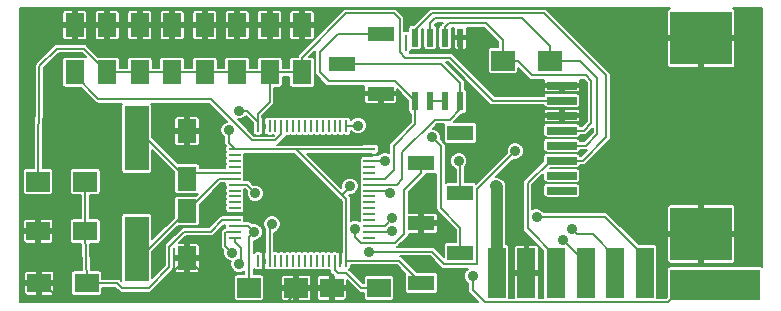
<source format=gtl>
G04 #@! TF.FileFunction,Copper,L1,Top,Signal*
%FSLAX46Y46*%
G04 Gerber Fmt 4.6, Leading zero omitted, Abs format (unit mm)*
G04 Created by KiCad (PCBNEW (2015-01-16 BZR 5376)-product) date 3/7/2015 3:38:27 PM*
%MOMM*%
G01*
G04 APERTURE LIST*
%ADD10C,0.149860*%
%ADD11R,1.000000X0.250000*%
%ADD12R,0.250000X1.000000*%
%ADD13R,1.600000X2.000000*%
%ADD14R,2.000000X1.600000*%
%ADD15R,2.000000X1.700000*%
%ADD16R,2.200000X1.270000*%
%ADD17R,1.998980X5.499100*%
%ADD18R,2.540000X0.635000*%
%ADD19R,5.207000X4.521200*%
%ADD20R,0.600000X1.550000*%
%ADD21R,7.620000X2.540000*%
%ADD22R,1.524000X4.318000*%
%ADD23C,0.889000*%
%ADD24C,0.203200*%
%ADD25C,1.016000*%
%ADD26C,0.177800*%
G04 APERTURE END LIST*
D10*
D11*
X238250000Y-141050000D03*
X238250000Y-141550000D03*
X238250000Y-142050000D03*
X238250000Y-142550000D03*
X238250000Y-143050000D03*
X238250000Y-143550000D03*
X238250000Y-144050000D03*
X238250000Y-144550000D03*
X238250000Y-145050000D03*
X238250000Y-145550000D03*
X238250000Y-146050000D03*
X238250000Y-146550000D03*
X238250000Y-147050000D03*
X238250000Y-147550000D03*
X238250000Y-148050000D03*
X238250000Y-148550000D03*
D12*
X240200000Y-150500000D03*
X240700000Y-150500000D03*
X241200000Y-150500000D03*
X241700000Y-150500000D03*
X242200000Y-150500000D03*
X242700000Y-150500000D03*
X243200000Y-150500000D03*
X243700000Y-150500000D03*
X244200000Y-150500000D03*
X244700000Y-150500000D03*
X245200000Y-150500000D03*
X245700000Y-150500000D03*
X246200000Y-150500000D03*
X246700000Y-150500000D03*
X247200000Y-150500000D03*
X247700000Y-150500000D03*
D11*
X249650000Y-148550000D03*
X249650000Y-148050000D03*
X249650000Y-147550000D03*
X249650000Y-147050000D03*
X249650000Y-146550000D03*
X249650000Y-146050000D03*
X249650000Y-145550000D03*
X249650000Y-145050000D03*
X249650000Y-144550000D03*
X249650000Y-144050000D03*
X249650000Y-143550000D03*
X249650000Y-143050000D03*
X249650000Y-142550000D03*
X249650000Y-142050000D03*
X249650000Y-141550000D03*
X249650000Y-141050000D03*
D12*
X247700000Y-139100000D03*
X247200000Y-139100000D03*
X246700000Y-139100000D03*
X246200000Y-139100000D03*
X245700000Y-139100000D03*
X245200000Y-139100000D03*
X244700000Y-139100000D03*
X244200000Y-139100000D03*
X243700000Y-139100000D03*
X243200000Y-139100000D03*
X242700000Y-139100000D03*
X242200000Y-139100000D03*
X241700000Y-139100000D03*
X241200000Y-139100000D03*
X240700000Y-139100000D03*
X240200000Y-139100000D03*
D13*
X234200000Y-143550000D03*
X234200000Y-139550000D03*
X234200000Y-146300000D03*
X234200000Y-150300000D03*
X224700000Y-134550000D03*
X224700000Y-130550000D03*
D14*
X250450000Y-152800000D03*
X246450000Y-152800000D03*
D13*
X243950000Y-134550000D03*
X243950000Y-130550000D03*
X241200000Y-134550000D03*
X241200000Y-130550000D03*
X238450000Y-134550000D03*
X238450000Y-130550000D03*
X235700000Y-134550000D03*
X235700000Y-130550000D03*
X232950000Y-134550000D03*
X232950000Y-130550000D03*
X230200000Y-134550000D03*
X230200000Y-130550000D03*
X227450000Y-134550000D03*
X227450000Y-130550000D03*
D14*
X225600000Y-148000000D03*
X221600000Y-148000000D03*
X225700000Y-152400000D03*
X221700000Y-152400000D03*
D15*
X221600000Y-143800000D03*
X225600000Y-143800000D03*
D16*
X247300000Y-133800000D03*
X250600000Y-131260000D03*
X250600000Y-136340000D03*
X257350000Y-139700000D03*
X254050000Y-142240000D03*
X257350000Y-144780000D03*
X257350000Y-149860000D03*
X254050000Y-152400000D03*
X254050000Y-147320000D03*
D15*
X260950000Y-133550000D03*
X264950000Y-133550000D03*
X243450000Y-152800000D03*
X239450000Y-152800000D03*
D17*
X229950000Y-140101000D03*
X229950000Y-149499000D03*
D18*
X265950000Y-144550000D03*
X265950000Y-143280000D03*
X265950000Y-142010000D03*
X265950000Y-140740000D03*
X265950000Y-139470000D03*
X265950000Y-138200000D03*
X265950000Y-136930000D03*
X265950000Y-135660000D03*
D19*
X277748300Y-131659500D03*
X277748300Y-148233000D03*
D20*
X253545000Y-137000000D03*
X254815000Y-137000000D03*
X256085000Y-137000000D03*
X257355000Y-137000000D03*
X257355000Y-131600000D03*
X256085000Y-131600000D03*
X254815000Y-131600000D03*
X253545000Y-131600000D03*
D21*
X278950000Y-152550000D03*
D22*
X260450000Y-151550000D03*
X262950000Y-151550000D03*
X265450000Y-151550000D03*
X267950000Y-151550000D03*
X270450000Y-151550000D03*
X272950000Y-151550000D03*
D23*
X221800000Y-131200000D03*
X279600000Y-141800000D03*
X236400000Y-140000000D03*
X254800000Y-144200000D03*
X251000000Y-140000000D03*
X242400000Y-136800000D03*
X258000000Y-141200000D03*
X248000000Y-144200000D03*
X241400000Y-147400000D03*
X237770158Y-139429842D03*
X238600000Y-137800000D03*
X263800000Y-146800000D03*
X251600000Y-148000000D03*
X266800000Y-147800000D03*
X251400000Y-144800000D03*
X266000000Y-148743298D03*
X251600000Y-146907797D03*
X240000000Y-144800000D03*
X248449310Y-147800000D03*
X257200000Y-142050000D03*
X250950000Y-142050000D03*
X248700000Y-139050000D03*
X254950000Y-140050000D03*
X239895503Y-148055187D03*
X260389490Y-145399991D03*
X260400000Y-144200000D03*
X262000000Y-141200000D03*
X238000000Y-149800000D03*
X249600000Y-149729111D03*
X258400000Y-151800000D03*
X238600000Y-150800000D03*
D24*
X252750000Y-132685000D02*
X252750000Y-131415000D01*
X229950000Y-140101000D02*
X230751000Y-140101000D01*
X230751000Y-140101000D02*
X233700000Y-143050000D01*
X233700000Y-143050000D02*
X238250000Y-143050000D01*
X224700000Y-130550000D02*
X222450000Y-130550000D01*
X222450000Y-130550000D02*
X221800000Y-131200000D01*
X234200000Y-139550000D02*
X235950000Y-139550000D01*
X235950000Y-139550000D02*
X236400000Y-140000000D01*
X254050000Y-147320000D02*
X254050000Y-144950000D01*
X254050000Y-144950000D02*
X254800000Y-144200000D01*
X249650000Y-141550000D02*
X250250000Y-141550000D01*
X251000000Y-140800000D02*
X251000000Y-140000000D01*
X250250000Y-141550000D02*
X251000000Y-140800000D01*
X240700000Y-139100000D02*
X240700000Y-138500000D01*
X240700000Y-138500000D02*
X242400000Y-136800000D01*
X234200000Y-150300000D02*
X237950000Y-154000000D01*
X242700000Y-154000000D02*
X243450000Y-153300000D01*
X237950000Y-154000000D02*
X242700000Y-154000000D01*
X243450000Y-153300000D02*
X243450000Y-152800000D01*
X247200000Y-150500000D02*
X247200000Y-148800000D01*
X244950000Y-146550000D02*
X239450000Y-146550000D01*
X247200000Y-148800000D02*
X244950000Y-146550000D01*
X238250000Y-146550000D02*
X239450000Y-146550000D01*
X240700000Y-147800000D02*
X240700000Y-150500000D01*
X239450000Y-146550000D02*
X240700000Y-147800000D01*
X221700000Y-152400000D02*
X222050000Y-152400000D01*
X222050000Y-152400000D02*
X223450000Y-153800000D01*
X230700000Y-153800000D02*
X234200000Y-150300000D01*
X223450000Y-153800000D02*
X230700000Y-153800000D01*
X221600000Y-148000000D02*
X221700000Y-152400000D01*
X227450000Y-130550000D02*
X224700000Y-130550000D01*
X230200000Y-130550000D02*
X227450000Y-130550000D01*
X232950000Y-130550000D02*
X230200000Y-130550000D01*
X235700000Y-130550000D02*
X232950000Y-130550000D01*
X238450000Y-130550000D02*
X235700000Y-130550000D01*
X241200000Y-130550000D02*
X238450000Y-130550000D01*
X243950000Y-130550000D02*
X241200000Y-130550000D01*
X243450000Y-152800000D02*
X241950000Y-152800000D01*
X240700000Y-151550000D02*
X240700000Y-150500000D01*
X241950000Y-152800000D02*
X240700000Y-151550000D01*
X246450000Y-152800000D02*
X243450000Y-152800000D01*
X257355000Y-131600000D02*
X257355000Y-133205000D01*
X259810000Y-135660000D02*
X265950000Y-135660000D01*
X257355000Y-133205000D02*
X259810000Y-135660000D01*
X267560000Y-135660000D02*
X267950000Y-136050000D01*
X267950000Y-136050000D02*
X267950000Y-137800000D01*
X267950000Y-137800000D02*
X267550000Y-138200000D01*
X267550000Y-138200000D02*
X265950000Y-138200000D01*
X265950000Y-135660000D02*
X267560000Y-135660000D01*
X229950000Y-149499000D02*
X231001000Y-149499000D01*
X231001000Y-149499000D02*
X234200000Y-146300000D01*
X234200000Y-146300000D02*
X236950000Y-143550000D01*
X236950000Y-143550000D02*
X238250000Y-143550000D01*
X224700000Y-134550000D02*
X224700000Y-134800000D01*
X224700000Y-134800000D02*
X226700000Y-136800000D01*
X226700000Y-136800000D02*
X236200000Y-136800000D01*
X236200000Y-136800000D02*
X239700000Y-140300000D01*
X239700000Y-140300000D02*
X241700000Y-140300000D01*
X241700000Y-140300000D02*
X242200000Y-139800000D01*
X242200000Y-139800000D02*
X242200000Y-139100000D01*
X250450000Y-152800000D02*
X248950000Y-152800000D01*
X246700000Y-151300000D02*
X246700000Y-150500000D01*
X246950000Y-151550000D02*
X246700000Y-151300000D01*
X247700000Y-151550000D02*
X246950000Y-151550000D01*
X248950000Y-152800000D02*
X247700000Y-151550000D01*
X247700000Y-145300000D02*
X247302487Y-144902487D01*
X248000000Y-144200000D02*
X247555501Y-144644499D01*
X247302487Y-144902487D02*
X243450000Y-141050000D01*
X247555501Y-144644499D02*
X247555501Y-144649473D01*
X247555501Y-144649473D02*
X247302487Y-144902487D01*
X241200000Y-150500000D02*
X241200000Y-147600000D01*
X241200000Y-147600000D02*
X241400000Y-147400000D01*
X237770158Y-139429842D02*
X237770158Y-140570158D01*
X237770158Y-140570158D02*
X238250000Y-141050000D01*
X240200000Y-139100000D02*
X240200000Y-138725000D01*
X240200000Y-138725000D02*
X239275000Y-137800000D01*
X239275000Y-137800000D02*
X238600000Y-137800000D01*
X247700000Y-150500000D02*
X252150000Y-150500000D01*
X252150000Y-150500000D02*
X254050000Y-152400000D01*
X247700000Y-150500000D02*
X247700000Y-145300000D01*
X238250000Y-141050000D02*
X243450000Y-141050000D01*
X243450000Y-141050000D02*
X249650000Y-141050000D01*
X241200000Y-134550000D02*
X241200000Y-137050000D01*
X240200000Y-138050000D02*
X240200000Y-139100000D01*
X241200000Y-137050000D02*
X240200000Y-138050000D01*
X221600000Y-143800000D02*
X221700000Y-134050000D01*
X225450000Y-132550000D02*
X227450000Y-134550000D01*
X223200000Y-132550000D02*
X225450000Y-132550000D01*
X221700000Y-134050000D02*
X223200000Y-132550000D01*
X241200000Y-134550000D02*
X243950000Y-134550000D01*
X238450000Y-134550000D02*
X241200000Y-134550000D01*
X235700000Y-134550000D02*
X238450000Y-134550000D01*
X232950000Y-134550000D02*
X235700000Y-134550000D01*
X232950000Y-134550000D02*
X230200000Y-134550000D01*
X227450000Y-134550000D02*
X230200000Y-134550000D01*
X265950000Y-136930000D02*
X260080000Y-136930000D01*
X260080000Y-136930000D02*
X256450000Y-133300000D01*
X256450000Y-133300000D02*
X252700000Y-133300000D01*
X252700000Y-133300000D02*
X252200000Y-132800000D01*
X252200000Y-132800000D02*
X252200000Y-130050000D01*
X252200000Y-130050000D02*
X251700000Y-129550000D01*
X251700000Y-129550000D02*
X247700000Y-129550000D01*
X247700000Y-129550000D02*
X243950000Y-133300000D01*
X243950000Y-133300000D02*
X243950000Y-134550000D01*
X225700000Y-152400000D02*
X228300000Y-152400000D01*
X237200000Y-147050000D02*
X238250000Y-147050000D01*
X236200000Y-148050000D02*
X237200000Y-147050000D01*
X233950000Y-148050000D02*
X236200000Y-148050000D01*
X232700000Y-149300000D02*
X233950000Y-148050000D01*
X232700000Y-151050000D02*
X232700000Y-149300000D01*
X230950000Y-152800000D02*
X232700000Y-151050000D01*
X228700000Y-152800000D02*
X230950000Y-152800000D01*
X228300000Y-152400000D02*
X228700000Y-152800000D01*
X225600000Y-148000000D02*
X225700000Y-152400000D01*
X225600000Y-143800000D02*
X225600000Y-148000000D01*
X265450000Y-151550000D02*
X265450000Y-150153000D01*
X265450000Y-150153000D02*
X263050699Y-147753699D01*
X263050699Y-147753699D02*
X263050699Y-143956801D01*
X263050699Y-143956801D02*
X264997500Y-142010000D01*
X264997500Y-142010000D02*
X265950000Y-142010000D01*
X253545000Y-131600000D02*
X253545000Y-130955000D01*
X253545000Y-130955000D02*
X254950000Y-129550000D01*
X254950000Y-129550000D02*
X264450000Y-129550000D01*
X264450000Y-129550000D02*
X269700000Y-134800000D01*
X269700000Y-134800000D02*
X269700000Y-140050000D01*
X269700000Y-140050000D02*
X267740000Y-142010000D01*
X267740000Y-142010000D02*
X265950000Y-142010000D01*
X264428617Y-146800000D02*
X263800000Y-146800000D01*
X269597000Y-146800000D02*
X264428617Y-146800000D01*
X272950000Y-150153000D02*
X269597000Y-146800000D01*
X272950000Y-151550000D02*
X272950000Y-150153000D01*
X249650000Y-148050000D02*
X251550000Y-148050000D01*
X251550000Y-148050000D02*
X251600000Y-148000000D01*
X266800000Y-147800000D02*
X267244499Y-148244499D01*
X267244499Y-148244499D02*
X268541499Y-148244499D01*
X268541499Y-148244499D02*
X270450000Y-150153000D01*
X270450000Y-150153000D02*
X270450000Y-151550000D01*
X249650000Y-144550000D02*
X251150000Y-144550000D01*
X251150000Y-144550000D02*
X251400000Y-144800000D01*
X266000000Y-148743298D02*
X267950000Y-150693298D01*
X267950000Y-150693298D02*
X267950000Y-151550000D01*
X249650000Y-147550000D02*
X250957797Y-147550000D01*
X250957797Y-147550000D02*
X251600000Y-146907797D01*
X247300000Y-133800000D02*
X255700000Y-133800000D01*
X257355000Y-135455000D02*
X257355000Y-137000000D01*
X255700000Y-133800000D02*
X257355000Y-135455000D01*
X257355000Y-137000000D02*
X257355000Y-137645000D01*
X257355000Y-137645000D02*
X256450000Y-138550000D01*
X256450000Y-138550000D02*
X255200000Y-138550000D01*
X255200000Y-138550000D02*
X252450000Y-141300000D01*
X252450000Y-141300000D02*
X252450000Y-143550000D01*
X252450000Y-143550000D02*
X251950000Y-144050000D01*
X251950000Y-144050000D02*
X249650000Y-144050000D01*
X250600000Y-131260000D02*
X246990000Y-131260000D01*
X251845000Y-135300000D02*
X253545000Y-137000000D01*
X246200000Y-135300000D02*
X251845000Y-135300000D01*
X245450000Y-134550000D02*
X246200000Y-135300000D01*
X245450000Y-132800000D02*
X245450000Y-134550000D01*
X246990000Y-131260000D02*
X245450000Y-132800000D01*
X253545000Y-137000000D02*
X253545000Y-138955000D01*
X250950000Y-143550000D02*
X249650000Y-143550000D01*
X251700000Y-142800000D02*
X250950000Y-143550000D01*
X251700000Y-140800000D02*
X251700000Y-142800000D01*
X253545000Y-138955000D02*
X251700000Y-140800000D01*
X254050000Y-142240000D02*
X254050000Y-143078200D01*
X251820199Y-148979801D02*
X248906159Y-148979801D01*
X254050000Y-143078200D02*
X252600000Y-144528200D01*
X252600000Y-144528200D02*
X252600000Y-148200000D01*
X252600000Y-148200000D02*
X251820199Y-148979801D01*
X248906159Y-148979801D02*
X248449310Y-148522952D01*
X248449310Y-148522952D02*
X248449310Y-147800000D01*
X240000000Y-144800000D02*
X239250000Y-144050000D01*
X239250000Y-144050000D02*
X238250000Y-144050000D01*
X257350000Y-144780000D02*
X257350000Y-142200000D01*
X250950000Y-142050000D02*
X249650000Y-142050000D01*
X257350000Y-142200000D02*
X257200000Y-142050000D01*
X255700000Y-140800000D02*
X254950000Y-140050000D01*
X255700000Y-146050000D02*
X255700000Y-140800000D01*
X257350000Y-149860000D02*
X257350000Y-147700000D01*
X257350000Y-147700000D02*
X255700000Y-146050000D01*
X248650000Y-139100000D02*
X247700000Y-139100000D01*
X248700000Y-139050000D02*
X248650000Y-139100000D01*
X238250000Y-147550000D02*
X239390316Y-147550000D01*
X239390316Y-147550000D02*
X239895503Y-148055187D01*
X239450000Y-152800000D02*
X239450000Y-148733942D01*
X239895503Y-148055187D02*
X239450000Y-148500690D01*
X239450000Y-148500690D02*
X239450000Y-148733942D01*
D25*
X260450000Y-144977502D02*
X260450000Y-144250000D01*
D24*
X260450000Y-145339481D02*
X260389490Y-145399991D01*
D25*
X260450000Y-151550000D02*
X260450000Y-144977502D01*
D24*
X260450000Y-144977502D02*
X260450000Y-145339481D01*
D25*
X260450000Y-144250000D02*
X260400000Y-144200000D01*
D24*
X258754801Y-144445199D02*
X261555501Y-141644499D01*
X258693841Y-150799801D02*
X258754801Y-150738841D01*
X256006159Y-150799801D02*
X258693841Y-150799801D01*
X258754801Y-150738841D02*
X258754801Y-144445199D01*
X254935469Y-149729111D02*
X256006159Y-150799801D01*
X261555501Y-141644499D02*
X262000000Y-141200000D01*
X249600000Y-149729111D02*
X254935469Y-149729111D01*
X238250000Y-148050000D02*
X237546800Y-148050000D01*
X237445199Y-148151601D02*
X237546800Y-148050000D01*
X237445199Y-149245199D02*
X237445199Y-148151601D01*
X238000000Y-149800000D02*
X237445199Y-149245199D01*
X254815000Y-131600000D02*
X254815000Y-130341402D01*
X264950000Y-132300000D02*
X264950000Y-133550000D01*
X262606402Y-129956402D02*
X264950000Y-132300000D01*
X255200000Y-129956402D02*
X262606402Y-129956402D01*
X254815000Y-130341402D02*
X255200000Y-129956402D01*
X265200000Y-133550000D02*
X265200000Y-133050000D01*
X268010000Y-140740000D02*
X265950000Y-140740000D01*
X268950000Y-139800000D02*
X268010000Y-140740000D01*
X268950000Y-135050000D02*
X268950000Y-139800000D01*
X267450000Y-133550000D02*
X268950000Y-135050000D01*
X264950000Y-133550000D02*
X267450000Y-133550000D01*
X256085000Y-131600000D02*
X256085000Y-130665000D01*
X260950000Y-131800000D02*
X260950000Y-133550000D01*
X259512804Y-130362804D02*
X260950000Y-131800000D01*
X256387196Y-130362804D02*
X259512804Y-130362804D01*
X256085000Y-130665000D02*
X256387196Y-130362804D01*
X256085000Y-131600000D02*
X256085000Y-131165000D01*
X262200000Y-133550000D02*
X263450000Y-134800000D01*
X260950000Y-133550000D02*
X262200000Y-133550000D01*
X267780000Y-139470000D02*
X265950000Y-139470000D01*
X268450000Y-138800000D02*
X267780000Y-139470000D01*
X268450000Y-135300000D02*
X268450000Y-138800000D01*
X267950000Y-134800000D02*
X268450000Y-135300000D01*
X263450000Y-134800000D02*
X267950000Y-134800000D01*
X260950000Y-133550000D02*
X260200000Y-133550000D01*
X254815000Y-137000000D02*
X256085000Y-137000000D01*
X258400000Y-152428617D02*
X258400000Y-151800000D01*
X258400000Y-152969642D02*
X258400000Y-152428617D01*
X259453558Y-154023200D02*
X258400000Y-152969642D01*
X274936800Y-154023200D02*
X259453558Y-154023200D01*
X276410000Y-152550000D02*
X274936800Y-154023200D01*
X278950000Y-152550000D02*
X276410000Y-152550000D01*
X238250000Y-148550000D02*
X238250000Y-148878200D01*
X238250000Y-148878200D02*
X238749301Y-149377501D01*
X238749301Y-149377501D02*
X238749301Y-150650699D01*
X238749301Y-150650699D02*
X238600000Y-150800000D01*
D26*
G36*
X237562051Y-138718827D02*
X237353453Y-138805019D01*
X237146063Y-139012047D01*
X237033686Y-139282680D01*
X237033430Y-139575718D01*
X237145335Y-139846547D01*
X237352363Y-140053937D01*
X237376458Y-140063942D01*
X237376458Y-140570158D01*
X237406427Y-140720821D01*
X237473110Y-140820619D01*
X237452177Y-140925000D01*
X237452177Y-141175000D01*
X237473787Y-141286377D01*
X237482406Y-141299498D01*
X237475207Y-141310165D01*
X237452177Y-141425000D01*
X237452177Y-141675000D01*
X237473787Y-141786377D01*
X237482406Y-141799498D01*
X237475207Y-141810165D01*
X237452177Y-141925000D01*
X237452177Y-142175000D01*
X237473787Y-142286377D01*
X237482406Y-142299498D01*
X237475207Y-142310165D01*
X237452177Y-142425000D01*
X237452177Y-142656300D01*
X235297823Y-142656300D01*
X235297823Y-142550000D01*
X235276213Y-142438623D01*
X235266700Y-142424141D01*
X235266700Y-140603050D01*
X235266700Y-139781775D01*
X235266700Y-139318225D01*
X235266700Y-138496950D01*
X235226097Y-138398927D01*
X235151073Y-138323903D01*
X235053050Y-138283300D01*
X234946950Y-138283300D01*
X234431775Y-138283300D01*
X234365100Y-138349975D01*
X234365100Y-139384900D01*
X235200025Y-139384900D01*
X235266700Y-139318225D01*
X235266700Y-139781775D01*
X235200025Y-139715100D01*
X234365100Y-139715100D01*
X234365100Y-140750025D01*
X234431775Y-140816700D01*
X234946950Y-140816700D01*
X235053050Y-140816700D01*
X235151073Y-140776097D01*
X235226097Y-140701073D01*
X235266700Y-140603050D01*
X235266700Y-142424141D01*
X235211910Y-142340733D01*
X235114835Y-142275207D01*
X235000000Y-142252177D01*
X234034900Y-142252177D01*
X234034900Y-140750025D01*
X234034900Y-139715100D01*
X234034900Y-139384900D01*
X234034900Y-138349975D01*
X233968225Y-138283300D01*
X233453050Y-138283300D01*
X233346950Y-138283300D01*
X233248927Y-138323903D01*
X233173903Y-138398927D01*
X233133300Y-138496950D01*
X233133300Y-139318225D01*
X233199975Y-139384900D01*
X234034900Y-139384900D01*
X234034900Y-139715100D01*
X233199975Y-139715100D01*
X233133300Y-139781775D01*
X233133300Y-140603050D01*
X233173903Y-140701073D01*
X233248927Y-140776097D01*
X233346950Y-140816700D01*
X233453050Y-140816700D01*
X233968225Y-140816700D01*
X234034900Y-140750025D01*
X234034900Y-142252177D01*
X233458953Y-142252177D01*
X231247313Y-140040537D01*
X231247313Y-137351450D01*
X231225703Y-137240073D01*
X231195241Y-137193700D01*
X236036924Y-137193700D01*
X237562051Y-138718827D01*
X237562051Y-138718827D01*
G37*
X237562051Y-138718827D02*
X237353453Y-138805019D01*
X237146063Y-139012047D01*
X237033686Y-139282680D01*
X237033430Y-139575718D01*
X237145335Y-139846547D01*
X237352363Y-140053937D01*
X237376458Y-140063942D01*
X237376458Y-140570158D01*
X237406427Y-140720821D01*
X237473110Y-140820619D01*
X237452177Y-140925000D01*
X237452177Y-141175000D01*
X237473787Y-141286377D01*
X237482406Y-141299498D01*
X237475207Y-141310165D01*
X237452177Y-141425000D01*
X237452177Y-141675000D01*
X237473787Y-141786377D01*
X237482406Y-141799498D01*
X237475207Y-141810165D01*
X237452177Y-141925000D01*
X237452177Y-142175000D01*
X237473787Y-142286377D01*
X237482406Y-142299498D01*
X237475207Y-142310165D01*
X237452177Y-142425000D01*
X237452177Y-142656300D01*
X235297823Y-142656300D01*
X235297823Y-142550000D01*
X235276213Y-142438623D01*
X235266700Y-142424141D01*
X235266700Y-140603050D01*
X235266700Y-139781775D01*
X235266700Y-139318225D01*
X235266700Y-138496950D01*
X235226097Y-138398927D01*
X235151073Y-138323903D01*
X235053050Y-138283300D01*
X234946950Y-138283300D01*
X234431775Y-138283300D01*
X234365100Y-138349975D01*
X234365100Y-139384900D01*
X235200025Y-139384900D01*
X235266700Y-139318225D01*
X235266700Y-139781775D01*
X235200025Y-139715100D01*
X234365100Y-139715100D01*
X234365100Y-140750025D01*
X234431775Y-140816700D01*
X234946950Y-140816700D01*
X235053050Y-140816700D01*
X235151073Y-140776097D01*
X235226097Y-140701073D01*
X235266700Y-140603050D01*
X235266700Y-142424141D01*
X235211910Y-142340733D01*
X235114835Y-142275207D01*
X235000000Y-142252177D01*
X234034900Y-142252177D01*
X234034900Y-140750025D01*
X234034900Y-139715100D01*
X234034900Y-139384900D01*
X234034900Y-138349975D01*
X233968225Y-138283300D01*
X233453050Y-138283300D01*
X233346950Y-138283300D01*
X233248927Y-138323903D01*
X233173903Y-138398927D01*
X233133300Y-138496950D01*
X233133300Y-139318225D01*
X233199975Y-139384900D01*
X234034900Y-139384900D01*
X234034900Y-139715100D01*
X233199975Y-139715100D01*
X233133300Y-139781775D01*
X233133300Y-140603050D01*
X233173903Y-140701073D01*
X233248927Y-140776097D01*
X233346950Y-140816700D01*
X233453050Y-140816700D01*
X233968225Y-140816700D01*
X234034900Y-140750025D01*
X234034900Y-142252177D01*
X233458953Y-142252177D01*
X231247313Y-140040537D01*
X231247313Y-137351450D01*
X231225703Y-137240073D01*
X231195241Y-137193700D01*
X236036924Y-137193700D01*
X237562051Y-138718827D01*
G36*
X249835100Y-141612500D02*
X249815100Y-141612500D01*
X249815100Y-141627177D01*
X249484900Y-141627177D01*
X249484900Y-141612500D01*
X248949975Y-141612500D01*
X248883300Y-141679175D01*
X248883300Y-141728050D01*
X248901300Y-141771507D01*
X248875207Y-141810165D01*
X248852177Y-141925000D01*
X248852177Y-142175000D01*
X248873787Y-142286377D01*
X248882406Y-142299498D01*
X248875207Y-142310165D01*
X248852177Y-142425000D01*
X248852177Y-142675000D01*
X248873787Y-142786377D01*
X248882406Y-142799498D01*
X248875207Y-142810165D01*
X248852177Y-142925000D01*
X248852177Y-143175000D01*
X248873787Y-143286377D01*
X248882406Y-143299498D01*
X248875207Y-143310165D01*
X248852177Y-143425000D01*
X248852177Y-143675000D01*
X248873787Y-143786377D01*
X248882406Y-143799498D01*
X248875207Y-143810165D01*
X248852177Y-143925000D01*
X248852177Y-144175000D01*
X248873787Y-144286377D01*
X248882406Y-144299498D01*
X248875207Y-144310165D01*
X248852177Y-144425000D01*
X248852177Y-144675000D01*
X248873787Y-144786377D01*
X248882406Y-144799498D01*
X248875207Y-144810165D01*
X248852177Y-144925000D01*
X248852177Y-145175000D01*
X248873787Y-145286377D01*
X248882406Y-145299498D01*
X248875207Y-145310165D01*
X248852177Y-145425000D01*
X248852177Y-145675000D01*
X248873787Y-145786377D01*
X248882406Y-145799498D01*
X248875207Y-145810165D01*
X248852177Y-145925000D01*
X248852177Y-146175000D01*
X248873787Y-146286377D01*
X248882406Y-146299498D01*
X248875207Y-146310165D01*
X248852177Y-146425000D01*
X248852177Y-146675000D01*
X248873787Y-146786377D01*
X248882406Y-146799498D01*
X248875207Y-146810165D01*
X248852177Y-146925000D01*
X248852177Y-147169706D01*
X248596472Y-147063528D01*
X248303434Y-147063272D01*
X248093700Y-147149932D01*
X248093700Y-145300000D01*
X248063731Y-145149338D01*
X248063731Y-145149337D01*
X247978388Y-145021612D01*
X247893283Y-144936507D01*
X248145876Y-144936728D01*
X248416705Y-144824823D01*
X248624095Y-144617795D01*
X248736472Y-144347162D01*
X248736728Y-144054124D01*
X248624823Y-143783295D01*
X248417795Y-143575905D01*
X248147162Y-143463528D01*
X247854124Y-143463272D01*
X247583295Y-143575177D01*
X247375905Y-143782205D01*
X247263528Y-144052838D01*
X247263306Y-144306530D01*
X244400475Y-141443700D01*
X248883300Y-141443700D01*
X248906175Y-141443700D01*
X248949975Y-141487500D01*
X249484900Y-141487500D01*
X249484900Y-141472823D01*
X249815100Y-141472823D01*
X249815100Y-141487500D01*
X249835100Y-141487500D01*
X249835100Y-141612500D01*
X249835100Y-141612500D01*
G37*
X249835100Y-141612500D02*
X249815100Y-141612500D01*
X249815100Y-141627177D01*
X249484900Y-141627177D01*
X249484900Y-141612500D01*
X248949975Y-141612500D01*
X248883300Y-141679175D01*
X248883300Y-141728050D01*
X248901300Y-141771507D01*
X248875207Y-141810165D01*
X248852177Y-141925000D01*
X248852177Y-142175000D01*
X248873787Y-142286377D01*
X248882406Y-142299498D01*
X248875207Y-142310165D01*
X248852177Y-142425000D01*
X248852177Y-142675000D01*
X248873787Y-142786377D01*
X248882406Y-142799498D01*
X248875207Y-142810165D01*
X248852177Y-142925000D01*
X248852177Y-143175000D01*
X248873787Y-143286377D01*
X248882406Y-143299498D01*
X248875207Y-143310165D01*
X248852177Y-143425000D01*
X248852177Y-143675000D01*
X248873787Y-143786377D01*
X248882406Y-143799498D01*
X248875207Y-143810165D01*
X248852177Y-143925000D01*
X248852177Y-144175000D01*
X248873787Y-144286377D01*
X248882406Y-144299498D01*
X248875207Y-144310165D01*
X248852177Y-144425000D01*
X248852177Y-144675000D01*
X248873787Y-144786377D01*
X248882406Y-144799498D01*
X248875207Y-144810165D01*
X248852177Y-144925000D01*
X248852177Y-145175000D01*
X248873787Y-145286377D01*
X248882406Y-145299498D01*
X248875207Y-145310165D01*
X248852177Y-145425000D01*
X248852177Y-145675000D01*
X248873787Y-145786377D01*
X248882406Y-145799498D01*
X248875207Y-145810165D01*
X248852177Y-145925000D01*
X248852177Y-146175000D01*
X248873787Y-146286377D01*
X248882406Y-146299498D01*
X248875207Y-146310165D01*
X248852177Y-146425000D01*
X248852177Y-146675000D01*
X248873787Y-146786377D01*
X248882406Y-146799498D01*
X248875207Y-146810165D01*
X248852177Y-146925000D01*
X248852177Y-147169706D01*
X248596472Y-147063528D01*
X248303434Y-147063272D01*
X248093700Y-147149932D01*
X248093700Y-145300000D01*
X248063731Y-145149338D01*
X248063731Y-145149337D01*
X247978388Y-145021612D01*
X247893283Y-144936507D01*
X248145876Y-144936728D01*
X248416705Y-144824823D01*
X248624095Y-144617795D01*
X248736472Y-144347162D01*
X248736728Y-144054124D01*
X248624823Y-143783295D01*
X248417795Y-143575905D01*
X248147162Y-143463528D01*
X247854124Y-143463272D01*
X247583295Y-143575177D01*
X247375905Y-143782205D01*
X247263528Y-144052838D01*
X247263306Y-144306530D01*
X244400475Y-141443700D01*
X248883300Y-141443700D01*
X248906175Y-141443700D01*
X248949975Y-141487500D01*
X249484900Y-141487500D01*
X249484900Y-141472823D01*
X249815100Y-141472823D01*
X249815100Y-141487500D01*
X249835100Y-141487500D01*
X249835100Y-141612500D01*
G36*
X253151300Y-138791924D02*
X251966700Y-139976524D01*
X251966700Y-137028050D01*
X251966700Y-136571775D01*
X251900025Y-136505100D01*
X250765100Y-136505100D01*
X250765100Y-137175025D01*
X250831775Y-137241700D01*
X251646950Y-137241700D01*
X251753050Y-137241700D01*
X251851073Y-137201097D01*
X251926097Y-137126073D01*
X251966700Y-137028050D01*
X251966700Y-139976524D01*
X251421612Y-140521612D01*
X251336269Y-140649337D01*
X251306300Y-140800000D01*
X251306300Y-141400369D01*
X251097162Y-141313528D01*
X250804124Y-141313272D01*
X250533295Y-141425177D01*
X250416700Y-141541568D01*
X250416700Y-141420825D01*
X250416700Y-141384898D01*
X250416700Y-141371950D01*
X250398699Y-141328492D01*
X250424793Y-141289835D01*
X250447823Y-141175000D01*
X250447823Y-140925000D01*
X250434900Y-140858395D01*
X250434900Y-137175025D01*
X250434900Y-136505100D01*
X249299975Y-136505100D01*
X249233300Y-136571775D01*
X249233300Y-137028050D01*
X249273903Y-137126073D01*
X249348927Y-137201097D01*
X249446950Y-137241700D01*
X249553050Y-137241700D01*
X250368225Y-137241700D01*
X250434900Y-137175025D01*
X250434900Y-140858395D01*
X250426213Y-140813623D01*
X250361910Y-140715733D01*
X250264835Y-140650207D01*
X250150000Y-140627177D01*
X249150000Y-140627177D01*
X249038623Y-140648787D01*
X249027185Y-140656300D01*
X243450000Y-140656300D01*
X241861784Y-140656300D01*
X241978388Y-140578388D01*
X242478388Y-140078388D01*
X242563731Y-139950662D01*
X242574270Y-139897676D01*
X242575000Y-139897823D01*
X242825000Y-139897823D01*
X242936377Y-139876213D01*
X242949498Y-139867593D01*
X242960165Y-139874793D01*
X243075000Y-139897823D01*
X243325000Y-139897823D01*
X243436377Y-139876213D01*
X243449498Y-139867593D01*
X243460165Y-139874793D01*
X243575000Y-139897823D01*
X243825000Y-139897823D01*
X243936377Y-139876213D01*
X243949498Y-139867593D01*
X243960165Y-139874793D01*
X244075000Y-139897823D01*
X244325000Y-139897823D01*
X244436377Y-139876213D01*
X244449498Y-139867593D01*
X244460165Y-139874793D01*
X244575000Y-139897823D01*
X244825000Y-139897823D01*
X244936377Y-139876213D01*
X244949498Y-139867593D01*
X244960165Y-139874793D01*
X245075000Y-139897823D01*
X245325000Y-139897823D01*
X245436377Y-139876213D01*
X245449498Y-139867593D01*
X245460165Y-139874793D01*
X245575000Y-139897823D01*
X245825000Y-139897823D01*
X245936377Y-139876213D01*
X245949498Y-139867593D01*
X245960165Y-139874793D01*
X246075000Y-139897823D01*
X246325000Y-139897823D01*
X246436377Y-139876213D01*
X246449498Y-139867593D01*
X246460165Y-139874793D01*
X246575000Y-139897823D01*
X246825000Y-139897823D01*
X246936377Y-139876213D01*
X246949498Y-139867593D01*
X246960165Y-139874793D01*
X247075000Y-139897823D01*
X247325000Y-139897823D01*
X247436377Y-139876213D01*
X247449498Y-139867593D01*
X247460165Y-139874793D01*
X247575000Y-139897823D01*
X247825000Y-139897823D01*
X247936377Y-139876213D01*
X248034267Y-139811910D01*
X248099793Y-139714835D01*
X248122823Y-139600000D01*
X248122823Y-139514434D01*
X248282205Y-139674095D01*
X248552838Y-139786472D01*
X248845876Y-139786728D01*
X249116705Y-139674823D01*
X249324095Y-139467795D01*
X249436472Y-139197162D01*
X249436728Y-138904124D01*
X249324823Y-138633295D01*
X249117795Y-138425905D01*
X248847162Y-138313528D01*
X248554124Y-138313272D01*
X248283295Y-138425177D01*
X248120444Y-138587742D01*
X248101213Y-138488623D01*
X248036910Y-138390733D01*
X247939835Y-138325207D01*
X247825000Y-138302177D01*
X247575000Y-138302177D01*
X247463623Y-138323787D01*
X247450501Y-138332406D01*
X247439835Y-138325207D01*
X247325000Y-138302177D01*
X247075000Y-138302177D01*
X246963623Y-138323787D01*
X246950501Y-138332406D01*
X246939835Y-138325207D01*
X246825000Y-138302177D01*
X246575000Y-138302177D01*
X246463623Y-138323787D01*
X246450501Y-138332406D01*
X246439835Y-138325207D01*
X246325000Y-138302177D01*
X246075000Y-138302177D01*
X245963623Y-138323787D01*
X245950501Y-138332406D01*
X245939835Y-138325207D01*
X245825000Y-138302177D01*
X245575000Y-138302177D01*
X245463623Y-138323787D01*
X245450501Y-138332406D01*
X245439835Y-138325207D01*
X245325000Y-138302177D01*
X245075000Y-138302177D01*
X244963623Y-138323787D01*
X244950501Y-138332406D01*
X244939835Y-138325207D01*
X244825000Y-138302177D01*
X244575000Y-138302177D01*
X244463623Y-138323787D01*
X244450501Y-138332406D01*
X244439835Y-138325207D01*
X244325000Y-138302177D01*
X244075000Y-138302177D01*
X243963623Y-138323787D01*
X243950501Y-138332406D01*
X243939835Y-138325207D01*
X243825000Y-138302177D01*
X243575000Y-138302177D01*
X243463623Y-138323787D01*
X243450501Y-138332406D01*
X243439835Y-138325207D01*
X243325000Y-138302177D01*
X243075000Y-138302177D01*
X242963623Y-138323787D01*
X242950501Y-138332406D01*
X242939835Y-138325207D01*
X242825000Y-138302177D01*
X242575000Y-138302177D01*
X242463623Y-138323787D01*
X242450501Y-138332406D01*
X242439835Y-138325207D01*
X242325000Y-138302177D01*
X242075000Y-138302177D01*
X241963623Y-138323787D01*
X241950501Y-138332406D01*
X241939835Y-138325207D01*
X241825000Y-138302177D01*
X241575000Y-138302177D01*
X241463623Y-138323787D01*
X241450501Y-138332406D01*
X241439835Y-138325207D01*
X241325000Y-138302177D01*
X241075000Y-138302177D01*
X240963623Y-138323787D01*
X240921648Y-138351359D01*
X240878050Y-138333300D01*
X240829175Y-138333300D01*
X240762500Y-138399975D01*
X240762500Y-138934900D01*
X240777177Y-138934900D01*
X240777177Y-139265100D01*
X240762500Y-139265100D01*
X240762500Y-139800025D01*
X240829175Y-139866700D01*
X240878050Y-139866700D01*
X240921507Y-139848699D01*
X240960165Y-139874793D01*
X241075000Y-139897823D01*
X241325000Y-139897823D01*
X241436377Y-139876213D01*
X241449498Y-139867593D01*
X241460165Y-139874793D01*
X241550345Y-139892878D01*
X241536924Y-139906300D01*
X239863076Y-139906300D01*
X238493283Y-138536507D01*
X238745876Y-138536728D01*
X239016705Y-138424823D01*
X239180018Y-138261794D01*
X239777177Y-138858953D01*
X239777177Y-139600000D01*
X239798787Y-139711377D01*
X239863090Y-139809267D01*
X239960165Y-139874793D01*
X240075000Y-139897823D01*
X240325000Y-139897823D01*
X240436377Y-139876213D01*
X240478351Y-139848640D01*
X240521950Y-139866700D01*
X240570825Y-139866700D01*
X240637500Y-139800025D01*
X240637500Y-139265100D01*
X240622823Y-139265100D01*
X240622823Y-138934900D01*
X240637500Y-138934900D01*
X240637500Y-138399975D01*
X240593700Y-138356175D01*
X240593700Y-138333300D01*
X240593700Y-138213076D01*
X241478388Y-137328388D01*
X241563731Y-137200662D01*
X241593700Y-137050000D01*
X241593700Y-135847823D01*
X242000000Y-135847823D01*
X242111377Y-135826213D01*
X242209267Y-135761910D01*
X242274793Y-135664835D01*
X242297823Y-135550000D01*
X242297823Y-134943700D01*
X242852177Y-134943700D01*
X242852177Y-135550000D01*
X242873787Y-135661377D01*
X242938090Y-135759267D01*
X243035165Y-135824793D01*
X243150000Y-135847823D01*
X244750000Y-135847823D01*
X244861377Y-135826213D01*
X244959267Y-135761910D01*
X245024793Y-135664835D01*
X245047823Y-135550000D01*
X245047823Y-133550000D01*
X245026213Y-133438623D01*
X244961910Y-133340733D01*
X244864835Y-133275207D01*
X244750000Y-133252177D01*
X244554599Y-133252177D01*
X245068597Y-132738178D01*
X245056300Y-132800000D01*
X245056300Y-134550000D01*
X245086269Y-134700663D01*
X245171612Y-134828388D01*
X245921612Y-135578388D01*
X246049337Y-135663731D01*
X246049338Y-135663731D01*
X246200000Y-135693700D01*
X249233300Y-135693700D01*
X249233300Y-136108225D01*
X249299975Y-136174900D01*
X250434900Y-136174900D01*
X250434900Y-136154900D01*
X250765100Y-136154900D01*
X250765100Y-136174900D01*
X251900025Y-136174900D01*
X251966700Y-136108225D01*
X251966700Y-135978476D01*
X252947177Y-136958953D01*
X252947177Y-137775000D01*
X252968787Y-137886377D01*
X253033090Y-137984267D01*
X253130165Y-138049793D01*
X253151300Y-138054031D01*
X253151300Y-138791924D01*
X253151300Y-138791924D01*
G37*
X253151300Y-138791924D02*
X251966700Y-139976524D01*
X251966700Y-137028050D01*
X251966700Y-136571775D01*
X251900025Y-136505100D01*
X250765100Y-136505100D01*
X250765100Y-137175025D01*
X250831775Y-137241700D01*
X251646950Y-137241700D01*
X251753050Y-137241700D01*
X251851073Y-137201097D01*
X251926097Y-137126073D01*
X251966700Y-137028050D01*
X251966700Y-139976524D01*
X251421612Y-140521612D01*
X251336269Y-140649337D01*
X251306300Y-140800000D01*
X251306300Y-141400369D01*
X251097162Y-141313528D01*
X250804124Y-141313272D01*
X250533295Y-141425177D01*
X250416700Y-141541568D01*
X250416700Y-141420825D01*
X250416700Y-141384898D01*
X250416700Y-141371950D01*
X250398699Y-141328492D01*
X250424793Y-141289835D01*
X250447823Y-141175000D01*
X250447823Y-140925000D01*
X250434900Y-140858395D01*
X250434900Y-137175025D01*
X250434900Y-136505100D01*
X249299975Y-136505100D01*
X249233300Y-136571775D01*
X249233300Y-137028050D01*
X249273903Y-137126073D01*
X249348927Y-137201097D01*
X249446950Y-137241700D01*
X249553050Y-137241700D01*
X250368225Y-137241700D01*
X250434900Y-137175025D01*
X250434900Y-140858395D01*
X250426213Y-140813623D01*
X250361910Y-140715733D01*
X250264835Y-140650207D01*
X250150000Y-140627177D01*
X249150000Y-140627177D01*
X249038623Y-140648787D01*
X249027185Y-140656300D01*
X243450000Y-140656300D01*
X241861784Y-140656300D01*
X241978388Y-140578388D01*
X242478388Y-140078388D01*
X242563731Y-139950662D01*
X242574270Y-139897676D01*
X242575000Y-139897823D01*
X242825000Y-139897823D01*
X242936377Y-139876213D01*
X242949498Y-139867593D01*
X242960165Y-139874793D01*
X243075000Y-139897823D01*
X243325000Y-139897823D01*
X243436377Y-139876213D01*
X243449498Y-139867593D01*
X243460165Y-139874793D01*
X243575000Y-139897823D01*
X243825000Y-139897823D01*
X243936377Y-139876213D01*
X243949498Y-139867593D01*
X243960165Y-139874793D01*
X244075000Y-139897823D01*
X244325000Y-139897823D01*
X244436377Y-139876213D01*
X244449498Y-139867593D01*
X244460165Y-139874793D01*
X244575000Y-139897823D01*
X244825000Y-139897823D01*
X244936377Y-139876213D01*
X244949498Y-139867593D01*
X244960165Y-139874793D01*
X245075000Y-139897823D01*
X245325000Y-139897823D01*
X245436377Y-139876213D01*
X245449498Y-139867593D01*
X245460165Y-139874793D01*
X245575000Y-139897823D01*
X245825000Y-139897823D01*
X245936377Y-139876213D01*
X245949498Y-139867593D01*
X245960165Y-139874793D01*
X246075000Y-139897823D01*
X246325000Y-139897823D01*
X246436377Y-139876213D01*
X246449498Y-139867593D01*
X246460165Y-139874793D01*
X246575000Y-139897823D01*
X246825000Y-139897823D01*
X246936377Y-139876213D01*
X246949498Y-139867593D01*
X246960165Y-139874793D01*
X247075000Y-139897823D01*
X247325000Y-139897823D01*
X247436377Y-139876213D01*
X247449498Y-139867593D01*
X247460165Y-139874793D01*
X247575000Y-139897823D01*
X247825000Y-139897823D01*
X247936377Y-139876213D01*
X248034267Y-139811910D01*
X248099793Y-139714835D01*
X248122823Y-139600000D01*
X248122823Y-139514434D01*
X248282205Y-139674095D01*
X248552838Y-139786472D01*
X248845876Y-139786728D01*
X249116705Y-139674823D01*
X249324095Y-139467795D01*
X249436472Y-139197162D01*
X249436728Y-138904124D01*
X249324823Y-138633295D01*
X249117795Y-138425905D01*
X248847162Y-138313528D01*
X248554124Y-138313272D01*
X248283295Y-138425177D01*
X248120444Y-138587742D01*
X248101213Y-138488623D01*
X248036910Y-138390733D01*
X247939835Y-138325207D01*
X247825000Y-138302177D01*
X247575000Y-138302177D01*
X247463623Y-138323787D01*
X247450501Y-138332406D01*
X247439835Y-138325207D01*
X247325000Y-138302177D01*
X247075000Y-138302177D01*
X246963623Y-138323787D01*
X246950501Y-138332406D01*
X246939835Y-138325207D01*
X246825000Y-138302177D01*
X246575000Y-138302177D01*
X246463623Y-138323787D01*
X246450501Y-138332406D01*
X246439835Y-138325207D01*
X246325000Y-138302177D01*
X246075000Y-138302177D01*
X245963623Y-138323787D01*
X245950501Y-138332406D01*
X245939835Y-138325207D01*
X245825000Y-138302177D01*
X245575000Y-138302177D01*
X245463623Y-138323787D01*
X245450501Y-138332406D01*
X245439835Y-138325207D01*
X245325000Y-138302177D01*
X245075000Y-138302177D01*
X244963623Y-138323787D01*
X244950501Y-138332406D01*
X244939835Y-138325207D01*
X244825000Y-138302177D01*
X244575000Y-138302177D01*
X244463623Y-138323787D01*
X244450501Y-138332406D01*
X244439835Y-138325207D01*
X244325000Y-138302177D01*
X244075000Y-138302177D01*
X243963623Y-138323787D01*
X243950501Y-138332406D01*
X243939835Y-138325207D01*
X243825000Y-138302177D01*
X243575000Y-138302177D01*
X243463623Y-138323787D01*
X243450501Y-138332406D01*
X243439835Y-138325207D01*
X243325000Y-138302177D01*
X243075000Y-138302177D01*
X242963623Y-138323787D01*
X242950501Y-138332406D01*
X242939835Y-138325207D01*
X242825000Y-138302177D01*
X242575000Y-138302177D01*
X242463623Y-138323787D01*
X242450501Y-138332406D01*
X242439835Y-138325207D01*
X242325000Y-138302177D01*
X242075000Y-138302177D01*
X241963623Y-138323787D01*
X241950501Y-138332406D01*
X241939835Y-138325207D01*
X241825000Y-138302177D01*
X241575000Y-138302177D01*
X241463623Y-138323787D01*
X241450501Y-138332406D01*
X241439835Y-138325207D01*
X241325000Y-138302177D01*
X241075000Y-138302177D01*
X240963623Y-138323787D01*
X240921648Y-138351359D01*
X240878050Y-138333300D01*
X240829175Y-138333300D01*
X240762500Y-138399975D01*
X240762500Y-138934900D01*
X240777177Y-138934900D01*
X240777177Y-139265100D01*
X240762500Y-139265100D01*
X240762500Y-139800025D01*
X240829175Y-139866700D01*
X240878050Y-139866700D01*
X240921507Y-139848699D01*
X240960165Y-139874793D01*
X241075000Y-139897823D01*
X241325000Y-139897823D01*
X241436377Y-139876213D01*
X241449498Y-139867593D01*
X241460165Y-139874793D01*
X241550345Y-139892878D01*
X241536924Y-139906300D01*
X239863076Y-139906300D01*
X238493283Y-138536507D01*
X238745876Y-138536728D01*
X239016705Y-138424823D01*
X239180018Y-138261794D01*
X239777177Y-138858953D01*
X239777177Y-139600000D01*
X239798787Y-139711377D01*
X239863090Y-139809267D01*
X239960165Y-139874793D01*
X240075000Y-139897823D01*
X240325000Y-139897823D01*
X240436377Y-139876213D01*
X240478351Y-139848640D01*
X240521950Y-139866700D01*
X240570825Y-139866700D01*
X240637500Y-139800025D01*
X240637500Y-139265100D01*
X240622823Y-139265100D01*
X240622823Y-138934900D01*
X240637500Y-138934900D01*
X240637500Y-138399975D01*
X240593700Y-138356175D01*
X240593700Y-138333300D01*
X240593700Y-138213076D01*
X241478388Y-137328388D01*
X241563731Y-137200662D01*
X241593700Y-137050000D01*
X241593700Y-135847823D01*
X242000000Y-135847823D01*
X242111377Y-135826213D01*
X242209267Y-135761910D01*
X242274793Y-135664835D01*
X242297823Y-135550000D01*
X242297823Y-134943700D01*
X242852177Y-134943700D01*
X242852177Y-135550000D01*
X242873787Y-135661377D01*
X242938090Y-135759267D01*
X243035165Y-135824793D01*
X243150000Y-135847823D01*
X244750000Y-135847823D01*
X244861377Y-135826213D01*
X244959267Y-135761910D01*
X245024793Y-135664835D01*
X245047823Y-135550000D01*
X245047823Y-133550000D01*
X245026213Y-133438623D01*
X244961910Y-133340733D01*
X244864835Y-133275207D01*
X244750000Y-133252177D01*
X244554599Y-133252177D01*
X245068597Y-132738178D01*
X245056300Y-132800000D01*
X245056300Y-134550000D01*
X245086269Y-134700663D01*
X245171612Y-134828388D01*
X245921612Y-135578388D01*
X246049337Y-135663731D01*
X246049338Y-135663731D01*
X246200000Y-135693700D01*
X249233300Y-135693700D01*
X249233300Y-136108225D01*
X249299975Y-136174900D01*
X250434900Y-136174900D01*
X250434900Y-136154900D01*
X250765100Y-136154900D01*
X250765100Y-136174900D01*
X251900025Y-136174900D01*
X251966700Y-136108225D01*
X251966700Y-135978476D01*
X252947177Y-136958953D01*
X252947177Y-137775000D01*
X252968787Y-137886377D01*
X253033090Y-137984267D01*
X253130165Y-138049793D01*
X253151300Y-138054031D01*
X253151300Y-138791924D01*
G36*
X256956300Y-148927177D02*
X256250000Y-148927177D01*
X256138623Y-148948787D01*
X256040733Y-149013090D01*
X255975207Y-149110165D01*
X255952177Y-149225000D01*
X255952177Y-150189043D01*
X255416700Y-149653566D01*
X255416700Y-148008050D01*
X255416700Y-147551775D01*
X255416700Y-147088225D01*
X255416700Y-146631950D01*
X255376097Y-146533927D01*
X255301073Y-146458903D01*
X255203050Y-146418300D01*
X255096950Y-146418300D01*
X254281775Y-146418300D01*
X254215100Y-146484975D01*
X254215100Y-147154900D01*
X255350025Y-147154900D01*
X255416700Y-147088225D01*
X255416700Y-147551775D01*
X255350025Y-147485100D01*
X254215100Y-147485100D01*
X254215100Y-148155025D01*
X254281775Y-148221700D01*
X255096950Y-148221700D01*
X255203050Y-148221700D01*
X255301073Y-148181097D01*
X255376097Y-148106073D01*
X255416700Y-148008050D01*
X255416700Y-149653566D01*
X255213857Y-149450723D01*
X255086132Y-149365380D01*
X254935469Y-149335411D01*
X251983015Y-149335411D01*
X252098587Y-149258189D01*
X252878388Y-148478388D01*
X252963731Y-148350663D01*
X252963731Y-148350662D01*
X252989383Y-148221700D01*
X253003050Y-148221700D01*
X253818225Y-148221700D01*
X253884900Y-148155025D01*
X253884900Y-147485100D01*
X253864900Y-147485100D01*
X253864900Y-147154900D01*
X253884900Y-147154900D01*
X253884900Y-146484975D01*
X253818225Y-146418300D01*
X253003050Y-146418300D01*
X252993700Y-146418300D01*
X252993700Y-144691276D01*
X254328388Y-143356588D01*
X254413731Y-143228862D01*
X254424878Y-143172823D01*
X255150000Y-143172823D01*
X255261377Y-143151213D01*
X255306300Y-143121703D01*
X255306300Y-146050000D01*
X255336269Y-146200663D01*
X255421612Y-146328388D01*
X256956300Y-147863076D01*
X256956300Y-148927177D01*
X256956300Y-148927177D01*
G37*
X256956300Y-148927177D02*
X256250000Y-148927177D01*
X256138623Y-148948787D01*
X256040733Y-149013090D01*
X255975207Y-149110165D01*
X255952177Y-149225000D01*
X255952177Y-150189043D01*
X255416700Y-149653566D01*
X255416700Y-148008050D01*
X255416700Y-147551775D01*
X255416700Y-147088225D01*
X255416700Y-146631950D01*
X255376097Y-146533927D01*
X255301073Y-146458903D01*
X255203050Y-146418300D01*
X255096950Y-146418300D01*
X254281775Y-146418300D01*
X254215100Y-146484975D01*
X254215100Y-147154900D01*
X255350025Y-147154900D01*
X255416700Y-147088225D01*
X255416700Y-147551775D01*
X255350025Y-147485100D01*
X254215100Y-147485100D01*
X254215100Y-148155025D01*
X254281775Y-148221700D01*
X255096950Y-148221700D01*
X255203050Y-148221700D01*
X255301073Y-148181097D01*
X255376097Y-148106073D01*
X255416700Y-148008050D01*
X255416700Y-149653566D01*
X255213857Y-149450723D01*
X255086132Y-149365380D01*
X254935469Y-149335411D01*
X251983015Y-149335411D01*
X252098587Y-149258189D01*
X252878388Y-148478388D01*
X252963731Y-148350663D01*
X252963731Y-148350662D01*
X252989383Y-148221700D01*
X253003050Y-148221700D01*
X253818225Y-148221700D01*
X253884900Y-148155025D01*
X253884900Y-147485100D01*
X253864900Y-147485100D01*
X253864900Y-147154900D01*
X253884900Y-147154900D01*
X253884900Y-146484975D01*
X253818225Y-146418300D01*
X253003050Y-146418300D01*
X252993700Y-146418300D01*
X252993700Y-144691276D01*
X254328388Y-143356588D01*
X254413731Y-143228862D01*
X254424878Y-143172823D01*
X255150000Y-143172823D01*
X255261377Y-143151213D01*
X255306300Y-143121703D01*
X255306300Y-146050000D01*
X255336269Y-146200663D01*
X255421612Y-146328388D01*
X256956300Y-147863076D01*
X256956300Y-148927177D01*
G36*
X268556300Y-139636924D02*
X267846924Y-140346300D01*
X267503038Y-140346300D01*
X267496213Y-140311123D01*
X267431910Y-140213233D01*
X267334835Y-140147707D01*
X267220000Y-140124677D01*
X264680000Y-140124677D01*
X264568623Y-140146287D01*
X264470733Y-140210590D01*
X264405207Y-140307665D01*
X264382177Y-140422500D01*
X264382177Y-141057500D01*
X264403787Y-141168877D01*
X264468090Y-141266767D01*
X264565165Y-141332293D01*
X264680000Y-141355323D01*
X267220000Y-141355323D01*
X267331377Y-141333713D01*
X267429267Y-141269410D01*
X267494793Y-141172335D01*
X267502541Y-141133700D01*
X268010000Y-141133700D01*
X268071821Y-141121402D01*
X267576924Y-141616300D01*
X267503038Y-141616300D01*
X267496213Y-141581123D01*
X267431910Y-141483233D01*
X267334835Y-141417707D01*
X267220000Y-141394677D01*
X264680000Y-141394677D01*
X264568623Y-141416287D01*
X264470733Y-141480590D01*
X264405207Y-141577665D01*
X264382177Y-141692500D01*
X264382177Y-142068547D01*
X262772311Y-143678413D01*
X262686968Y-143806138D01*
X262656999Y-143956801D01*
X262656999Y-147753699D01*
X262686968Y-147904362D01*
X262772311Y-148032087D01*
X264390177Y-149649953D01*
X264390177Y-153629500D01*
X263978700Y-153629500D01*
X263978700Y-151781775D01*
X263978700Y-151318225D01*
X263978700Y-149444050D01*
X263978700Y-149337950D01*
X263938097Y-149239927D01*
X263863073Y-149164903D01*
X263765050Y-149124300D01*
X263181775Y-149124300D01*
X263115100Y-149190975D01*
X263115100Y-151384900D01*
X263912025Y-151384900D01*
X263978700Y-151318225D01*
X263978700Y-151781775D01*
X263912025Y-151715100D01*
X263115100Y-151715100D01*
X263115100Y-151735100D01*
X262784900Y-151735100D01*
X262784900Y-151715100D01*
X262784900Y-151384900D01*
X262784900Y-149190975D01*
X262718225Y-149124300D01*
X262134950Y-149124300D01*
X262036927Y-149164903D01*
X261961903Y-149239927D01*
X261921300Y-149337950D01*
X261921300Y-149444050D01*
X261921300Y-151318225D01*
X261987975Y-151384900D01*
X262784900Y-151384900D01*
X262784900Y-151715100D01*
X261987975Y-151715100D01*
X261921300Y-151781775D01*
X261921300Y-153629500D01*
X261509823Y-153629500D01*
X261509823Y-149391000D01*
X261488213Y-149279623D01*
X261423910Y-149181733D01*
X261326835Y-149116207D01*
X261250100Y-149100817D01*
X261250100Y-144977502D01*
X261250100Y-144250000D01*
X261189196Y-143943815D01*
X261015756Y-143684244D01*
X260965756Y-143634244D01*
X260706185Y-143460804D01*
X260400000Y-143399900D01*
X260346168Y-143410607D01*
X261829849Y-141926926D01*
X261852838Y-141936472D01*
X262145876Y-141936728D01*
X262416705Y-141824823D01*
X262624095Y-141617795D01*
X262736472Y-141347162D01*
X262736728Y-141054124D01*
X262624823Y-140783295D01*
X262417795Y-140575905D01*
X262147162Y-140463528D01*
X261854124Y-140463272D01*
X261583295Y-140575177D01*
X261375905Y-140782205D01*
X261263528Y-141052838D01*
X261263272Y-141345876D01*
X261273235Y-141369988D01*
X258679981Y-143963242D01*
X258661910Y-143935733D01*
X258564835Y-143870207D01*
X258450000Y-143847177D01*
X257743700Y-143847177D01*
X257743700Y-142548049D01*
X257824095Y-142467795D01*
X257936472Y-142197162D01*
X257936728Y-141904124D01*
X257824823Y-141633295D01*
X257617795Y-141425905D01*
X257347162Y-141313528D01*
X257054124Y-141313272D01*
X256783295Y-141425177D01*
X256575905Y-141632205D01*
X256463528Y-141902838D01*
X256463272Y-142195876D01*
X256575177Y-142466705D01*
X256782205Y-142674095D01*
X256956300Y-142746385D01*
X256956300Y-143847177D01*
X256250000Y-143847177D01*
X256138623Y-143868787D01*
X256093700Y-143898296D01*
X256093700Y-140800000D01*
X256063731Y-140649338D01*
X256063731Y-140649337D01*
X255978388Y-140521612D01*
X255676926Y-140220150D01*
X255686472Y-140197162D01*
X255686728Y-139904124D01*
X255574823Y-139633295D01*
X255367795Y-139425905D01*
X255097162Y-139313528D01*
X254993338Y-139313437D01*
X255363076Y-138943700D01*
X255979570Y-138943700D01*
X255975207Y-138950165D01*
X255952177Y-139065000D01*
X255952177Y-140335000D01*
X255973787Y-140446377D01*
X256038090Y-140544267D01*
X256135165Y-140609793D01*
X256250000Y-140632823D01*
X258450000Y-140632823D01*
X258561377Y-140611213D01*
X258659267Y-140546910D01*
X258724793Y-140449835D01*
X258747823Y-140335000D01*
X258747823Y-139065000D01*
X258726213Y-138953623D01*
X258661910Y-138855733D01*
X258564835Y-138790207D01*
X258450000Y-138767177D01*
X256789599Y-138767177D01*
X257483953Y-138072823D01*
X257655000Y-138072823D01*
X257766377Y-138051213D01*
X257864267Y-137986910D01*
X257929793Y-137889835D01*
X257952823Y-137775000D01*
X257952823Y-136225000D01*
X257931213Y-136113623D01*
X257866910Y-136015733D01*
X257769835Y-135950207D01*
X257748700Y-135945968D01*
X257748700Y-135455000D01*
X257718731Y-135304338D01*
X257718730Y-135304337D01*
X257633388Y-135176612D01*
X256150476Y-133693700D01*
X256286924Y-133693700D01*
X259801612Y-137208388D01*
X259929337Y-137293731D01*
X259929338Y-137293731D01*
X260080000Y-137323700D01*
X264396961Y-137323700D01*
X264403787Y-137358877D01*
X264468090Y-137456767D01*
X264565165Y-137522293D01*
X264680000Y-137545323D01*
X267220000Y-137545323D01*
X267331377Y-137523713D01*
X267429267Y-137459410D01*
X267494793Y-137362335D01*
X267517823Y-137247500D01*
X267517823Y-136612500D01*
X267496213Y-136501123D01*
X267486700Y-136486641D01*
X267486700Y-136030550D01*
X267486700Y-135885425D01*
X267420025Y-135818750D01*
X266115100Y-135818750D01*
X266115100Y-136177525D01*
X266181775Y-136244200D01*
X267166950Y-136244200D01*
X267273050Y-136244200D01*
X267371073Y-136203597D01*
X267446097Y-136128573D01*
X267486700Y-136030550D01*
X267486700Y-136486641D01*
X267431910Y-136403233D01*
X267334835Y-136337707D01*
X267220000Y-136314677D01*
X265784900Y-136314677D01*
X265784900Y-136177525D01*
X265784900Y-135818750D01*
X264479975Y-135818750D01*
X264413300Y-135885425D01*
X264413300Y-136030550D01*
X264453903Y-136128573D01*
X264528927Y-136203597D01*
X264626950Y-136244200D01*
X264733050Y-136244200D01*
X265718225Y-136244200D01*
X265784900Y-136177525D01*
X265784900Y-136314677D01*
X264680000Y-136314677D01*
X264568623Y-136336287D01*
X264470733Y-136400590D01*
X264405207Y-136497665D01*
X264397458Y-136536300D01*
X260243076Y-136536300D01*
X257921700Y-134214924D01*
X257921700Y-132428050D01*
X257921700Y-131831775D01*
X257855025Y-131765100D01*
X257505000Y-131765100D01*
X257505000Y-132575025D01*
X257571675Y-132641700D01*
X257601950Y-132641700D01*
X257708050Y-132641700D01*
X257806073Y-132601097D01*
X257881097Y-132526073D01*
X257921700Y-132428050D01*
X257921700Y-134214924D01*
X257205000Y-133498224D01*
X257205000Y-132575025D01*
X257205000Y-131765100D01*
X256854975Y-131765100D01*
X256788300Y-131831775D01*
X256788300Y-132428050D01*
X256828903Y-132526073D01*
X256903927Y-132601097D01*
X257001950Y-132641700D01*
X257108050Y-132641700D01*
X257138325Y-132641700D01*
X257205000Y-132575025D01*
X257205000Y-133498224D01*
X256728388Y-133021612D01*
X256600663Y-132936269D01*
X256450000Y-132906300D01*
X253066532Y-132906300D01*
X253113731Y-132835662D01*
X253143700Y-132685000D01*
X253143700Y-132652507D01*
X253245000Y-132672823D01*
X253845000Y-132672823D01*
X253956377Y-132651213D01*
X254054267Y-132586910D01*
X254119793Y-132489835D01*
X254142823Y-132375000D01*
X254142823Y-130913953D01*
X254217177Y-130839599D01*
X254217177Y-132375000D01*
X254238787Y-132486377D01*
X254303090Y-132584267D01*
X254400165Y-132649793D01*
X254515000Y-132672823D01*
X255115000Y-132672823D01*
X255226377Y-132651213D01*
X255324267Y-132586910D01*
X255389793Y-132489835D01*
X255412823Y-132375000D01*
X255412823Y-130825000D01*
X255391213Y-130713623D01*
X255326910Y-130615733D01*
X255229835Y-130550207D01*
X255208700Y-130545968D01*
X255208700Y-130504478D01*
X255363076Y-130350102D01*
X255843122Y-130350102D01*
X255806612Y-130386612D01*
X255721269Y-130514337D01*
X255716054Y-130540554D01*
X255673623Y-130548787D01*
X255575733Y-130613090D01*
X255510207Y-130710165D01*
X255487177Y-130825000D01*
X255487177Y-132375000D01*
X255508787Y-132486377D01*
X255573090Y-132584267D01*
X255670165Y-132649793D01*
X255785000Y-132672823D01*
X256385000Y-132672823D01*
X256496377Y-132651213D01*
X256594267Y-132586910D01*
X256659793Y-132489835D01*
X256682823Y-132375000D01*
X256682823Y-130825000D01*
X256669533Y-130756504D01*
X256794698Y-130756504D01*
X256788300Y-130771950D01*
X256788300Y-131368225D01*
X256854975Y-131434900D01*
X257205000Y-131434900D01*
X257205000Y-131414900D01*
X257505000Y-131414900D01*
X257505000Y-131434900D01*
X257855025Y-131434900D01*
X257921700Y-131368225D01*
X257921700Y-130771950D01*
X257915301Y-130756504D01*
X259349728Y-130756504D01*
X260556300Y-131963076D01*
X260556300Y-132402177D01*
X259950000Y-132402177D01*
X259838623Y-132423787D01*
X259740733Y-132488090D01*
X259675207Y-132585165D01*
X259652177Y-132700000D01*
X259652177Y-134400000D01*
X259673787Y-134511377D01*
X259738090Y-134609267D01*
X259835165Y-134674793D01*
X259950000Y-134697823D01*
X261950000Y-134697823D01*
X262061377Y-134676213D01*
X262159267Y-134611910D01*
X262224793Y-134514835D01*
X262247823Y-134400000D01*
X262247823Y-134154599D01*
X263171612Y-135078388D01*
X263299337Y-135163731D01*
X263299338Y-135163731D01*
X263450000Y-135193700D01*
X264452961Y-135193700D01*
X264413300Y-135289450D01*
X264413300Y-135434575D01*
X264479975Y-135501250D01*
X265784900Y-135501250D01*
X265784900Y-135474900D01*
X266115100Y-135474900D01*
X266115100Y-135501250D01*
X267420025Y-135501250D01*
X267486700Y-135434575D01*
X267486700Y-135289450D01*
X267447038Y-135193700D01*
X267786924Y-135193700D01*
X268056300Y-135463076D01*
X268056300Y-138636924D01*
X267616924Y-139076300D01*
X267503038Y-139076300D01*
X267496213Y-139041123D01*
X267486700Y-139026641D01*
X267486700Y-138570550D01*
X267486700Y-138425425D01*
X267486700Y-137974575D01*
X267486700Y-137829450D01*
X267446097Y-137731427D01*
X267371073Y-137656403D01*
X267273050Y-137615800D01*
X267166950Y-137615800D01*
X266181775Y-137615800D01*
X266115100Y-137682475D01*
X266115100Y-138041250D01*
X267420025Y-138041250D01*
X267486700Y-137974575D01*
X267486700Y-138425425D01*
X267420025Y-138358750D01*
X266115100Y-138358750D01*
X266115100Y-138717525D01*
X266181775Y-138784200D01*
X267166950Y-138784200D01*
X267273050Y-138784200D01*
X267371073Y-138743597D01*
X267446097Y-138668573D01*
X267486700Y-138570550D01*
X267486700Y-139026641D01*
X267431910Y-138943233D01*
X267334835Y-138877707D01*
X267220000Y-138854677D01*
X265784900Y-138854677D01*
X265784900Y-138717525D01*
X265784900Y-138358750D01*
X265784900Y-138041250D01*
X265784900Y-137682475D01*
X265718225Y-137615800D01*
X264733050Y-137615800D01*
X264626950Y-137615800D01*
X264528927Y-137656403D01*
X264453903Y-137731427D01*
X264413300Y-137829450D01*
X264413300Y-137974575D01*
X264479975Y-138041250D01*
X265784900Y-138041250D01*
X265784900Y-138358750D01*
X264479975Y-138358750D01*
X264413300Y-138425425D01*
X264413300Y-138570550D01*
X264453903Y-138668573D01*
X264528927Y-138743597D01*
X264626950Y-138784200D01*
X264733050Y-138784200D01*
X265718225Y-138784200D01*
X265784900Y-138717525D01*
X265784900Y-138854677D01*
X264680000Y-138854677D01*
X264568623Y-138876287D01*
X264470733Y-138940590D01*
X264405207Y-139037665D01*
X264382177Y-139152500D01*
X264382177Y-139787500D01*
X264403787Y-139898877D01*
X264468090Y-139996767D01*
X264565165Y-140062293D01*
X264680000Y-140085323D01*
X267220000Y-140085323D01*
X267331377Y-140063713D01*
X267429267Y-139999410D01*
X267494793Y-139902335D01*
X267502541Y-139863700D01*
X267780000Y-139863700D01*
X267930662Y-139833731D01*
X267930663Y-139833731D01*
X268058388Y-139748388D01*
X268556300Y-139250476D01*
X268556300Y-139636924D01*
X268556300Y-139636924D01*
G37*
X268556300Y-139636924D02*
X267846924Y-140346300D01*
X267503038Y-140346300D01*
X267496213Y-140311123D01*
X267431910Y-140213233D01*
X267334835Y-140147707D01*
X267220000Y-140124677D01*
X264680000Y-140124677D01*
X264568623Y-140146287D01*
X264470733Y-140210590D01*
X264405207Y-140307665D01*
X264382177Y-140422500D01*
X264382177Y-141057500D01*
X264403787Y-141168877D01*
X264468090Y-141266767D01*
X264565165Y-141332293D01*
X264680000Y-141355323D01*
X267220000Y-141355323D01*
X267331377Y-141333713D01*
X267429267Y-141269410D01*
X267494793Y-141172335D01*
X267502541Y-141133700D01*
X268010000Y-141133700D01*
X268071821Y-141121402D01*
X267576924Y-141616300D01*
X267503038Y-141616300D01*
X267496213Y-141581123D01*
X267431910Y-141483233D01*
X267334835Y-141417707D01*
X267220000Y-141394677D01*
X264680000Y-141394677D01*
X264568623Y-141416287D01*
X264470733Y-141480590D01*
X264405207Y-141577665D01*
X264382177Y-141692500D01*
X264382177Y-142068547D01*
X262772311Y-143678413D01*
X262686968Y-143806138D01*
X262656999Y-143956801D01*
X262656999Y-147753699D01*
X262686968Y-147904362D01*
X262772311Y-148032087D01*
X264390177Y-149649953D01*
X264390177Y-153629500D01*
X263978700Y-153629500D01*
X263978700Y-151781775D01*
X263978700Y-151318225D01*
X263978700Y-149444050D01*
X263978700Y-149337950D01*
X263938097Y-149239927D01*
X263863073Y-149164903D01*
X263765050Y-149124300D01*
X263181775Y-149124300D01*
X263115100Y-149190975D01*
X263115100Y-151384900D01*
X263912025Y-151384900D01*
X263978700Y-151318225D01*
X263978700Y-151781775D01*
X263912025Y-151715100D01*
X263115100Y-151715100D01*
X263115100Y-151735100D01*
X262784900Y-151735100D01*
X262784900Y-151715100D01*
X262784900Y-151384900D01*
X262784900Y-149190975D01*
X262718225Y-149124300D01*
X262134950Y-149124300D01*
X262036927Y-149164903D01*
X261961903Y-149239927D01*
X261921300Y-149337950D01*
X261921300Y-149444050D01*
X261921300Y-151318225D01*
X261987975Y-151384900D01*
X262784900Y-151384900D01*
X262784900Y-151715100D01*
X261987975Y-151715100D01*
X261921300Y-151781775D01*
X261921300Y-153629500D01*
X261509823Y-153629500D01*
X261509823Y-149391000D01*
X261488213Y-149279623D01*
X261423910Y-149181733D01*
X261326835Y-149116207D01*
X261250100Y-149100817D01*
X261250100Y-144977502D01*
X261250100Y-144250000D01*
X261189196Y-143943815D01*
X261015756Y-143684244D01*
X260965756Y-143634244D01*
X260706185Y-143460804D01*
X260400000Y-143399900D01*
X260346168Y-143410607D01*
X261829849Y-141926926D01*
X261852838Y-141936472D01*
X262145876Y-141936728D01*
X262416705Y-141824823D01*
X262624095Y-141617795D01*
X262736472Y-141347162D01*
X262736728Y-141054124D01*
X262624823Y-140783295D01*
X262417795Y-140575905D01*
X262147162Y-140463528D01*
X261854124Y-140463272D01*
X261583295Y-140575177D01*
X261375905Y-140782205D01*
X261263528Y-141052838D01*
X261263272Y-141345876D01*
X261273235Y-141369988D01*
X258679981Y-143963242D01*
X258661910Y-143935733D01*
X258564835Y-143870207D01*
X258450000Y-143847177D01*
X257743700Y-143847177D01*
X257743700Y-142548049D01*
X257824095Y-142467795D01*
X257936472Y-142197162D01*
X257936728Y-141904124D01*
X257824823Y-141633295D01*
X257617795Y-141425905D01*
X257347162Y-141313528D01*
X257054124Y-141313272D01*
X256783295Y-141425177D01*
X256575905Y-141632205D01*
X256463528Y-141902838D01*
X256463272Y-142195876D01*
X256575177Y-142466705D01*
X256782205Y-142674095D01*
X256956300Y-142746385D01*
X256956300Y-143847177D01*
X256250000Y-143847177D01*
X256138623Y-143868787D01*
X256093700Y-143898296D01*
X256093700Y-140800000D01*
X256063731Y-140649338D01*
X256063731Y-140649337D01*
X255978388Y-140521612D01*
X255676926Y-140220150D01*
X255686472Y-140197162D01*
X255686728Y-139904124D01*
X255574823Y-139633295D01*
X255367795Y-139425905D01*
X255097162Y-139313528D01*
X254993338Y-139313437D01*
X255363076Y-138943700D01*
X255979570Y-138943700D01*
X255975207Y-138950165D01*
X255952177Y-139065000D01*
X255952177Y-140335000D01*
X255973787Y-140446377D01*
X256038090Y-140544267D01*
X256135165Y-140609793D01*
X256250000Y-140632823D01*
X258450000Y-140632823D01*
X258561377Y-140611213D01*
X258659267Y-140546910D01*
X258724793Y-140449835D01*
X258747823Y-140335000D01*
X258747823Y-139065000D01*
X258726213Y-138953623D01*
X258661910Y-138855733D01*
X258564835Y-138790207D01*
X258450000Y-138767177D01*
X256789599Y-138767177D01*
X257483953Y-138072823D01*
X257655000Y-138072823D01*
X257766377Y-138051213D01*
X257864267Y-137986910D01*
X257929793Y-137889835D01*
X257952823Y-137775000D01*
X257952823Y-136225000D01*
X257931213Y-136113623D01*
X257866910Y-136015733D01*
X257769835Y-135950207D01*
X257748700Y-135945968D01*
X257748700Y-135455000D01*
X257718731Y-135304338D01*
X257718730Y-135304337D01*
X257633388Y-135176612D01*
X256150476Y-133693700D01*
X256286924Y-133693700D01*
X259801612Y-137208388D01*
X259929337Y-137293731D01*
X259929338Y-137293731D01*
X260080000Y-137323700D01*
X264396961Y-137323700D01*
X264403787Y-137358877D01*
X264468090Y-137456767D01*
X264565165Y-137522293D01*
X264680000Y-137545323D01*
X267220000Y-137545323D01*
X267331377Y-137523713D01*
X267429267Y-137459410D01*
X267494793Y-137362335D01*
X267517823Y-137247500D01*
X267517823Y-136612500D01*
X267496213Y-136501123D01*
X267486700Y-136486641D01*
X267486700Y-136030550D01*
X267486700Y-135885425D01*
X267420025Y-135818750D01*
X266115100Y-135818750D01*
X266115100Y-136177525D01*
X266181775Y-136244200D01*
X267166950Y-136244200D01*
X267273050Y-136244200D01*
X267371073Y-136203597D01*
X267446097Y-136128573D01*
X267486700Y-136030550D01*
X267486700Y-136486641D01*
X267431910Y-136403233D01*
X267334835Y-136337707D01*
X267220000Y-136314677D01*
X265784900Y-136314677D01*
X265784900Y-136177525D01*
X265784900Y-135818750D01*
X264479975Y-135818750D01*
X264413300Y-135885425D01*
X264413300Y-136030550D01*
X264453903Y-136128573D01*
X264528927Y-136203597D01*
X264626950Y-136244200D01*
X264733050Y-136244200D01*
X265718225Y-136244200D01*
X265784900Y-136177525D01*
X265784900Y-136314677D01*
X264680000Y-136314677D01*
X264568623Y-136336287D01*
X264470733Y-136400590D01*
X264405207Y-136497665D01*
X264397458Y-136536300D01*
X260243076Y-136536300D01*
X257921700Y-134214924D01*
X257921700Y-132428050D01*
X257921700Y-131831775D01*
X257855025Y-131765100D01*
X257505000Y-131765100D01*
X257505000Y-132575025D01*
X257571675Y-132641700D01*
X257601950Y-132641700D01*
X257708050Y-132641700D01*
X257806073Y-132601097D01*
X257881097Y-132526073D01*
X257921700Y-132428050D01*
X257921700Y-134214924D01*
X257205000Y-133498224D01*
X257205000Y-132575025D01*
X257205000Y-131765100D01*
X256854975Y-131765100D01*
X256788300Y-131831775D01*
X256788300Y-132428050D01*
X256828903Y-132526073D01*
X256903927Y-132601097D01*
X257001950Y-132641700D01*
X257108050Y-132641700D01*
X257138325Y-132641700D01*
X257205000Y-132575025D01*
X257205000Y-133498224D01*
X256728388Y-133021612D01*
X256600663Y-132936269D01*
X256450000Y-132906300D01*
X253066532Y-132906300D01*
X253113731Y-132835662D01*
X253143700Y-132685000D01*
X253143700Y-132652507D01*
X253245000Y-132672823D01*
X253845000Y-132672823D01*
X253956377Y-132651213D01*
X254054267Y-132586910D01*
X254119793Y-132489835D01*
X254142823Y-132375000D01*
X254142823Y-130913953D01*
X254217177Y-130839599D01*
X254217177Y-132375000D01*
X254238787Y-132486377D01*
X254303090Y-132584267D01*
X254400165Y-132649793D01*
X254515000Y-132672823D01*
X255115000Y-132672823D01*
X255226377Y-132651213D01*
X255324267Y-132586910D01*
X255389793Y-132489835D01*
X255412823Y-132375000D01*
X255412823Y-130825000D01*
X255391213Y-130713623D01*
X255326910Y-130615733D01*
X255229835Y-130550207D01*
X255208700Y-130545968D01*
X255208700Y-130504478D01*
X255363076Y-130350102D01*
X255843122Y-130350102D01*
X255806612Y-130386612D01*
X255721269Y-130514337D01*
X255716054Y-130540554D01*
X255673623Y-130548787D01*
X255575733Y-130613090D01*
X255510207Y-130710165D01*
X255487177Y-130825000D01*
X255487177Y-132375000D01*
X255508787Y-132486377D01*
X255573090Y-132584267D01*
X255670165Y-132649793D01*
X255785000Y-132672823D01*
X256385000Y-132672823D01*
X256496377Y-132651213D01*
X256594267Y-132586910D01*
X256659793Y-132489835D01*
X256682823Y-132375000D01*
X256682823Y-130825000D01*
X256669533Y-130756504D01*
X256794698Y-130756504D01*
X256788300Y-130771950D01*
X256788300Y-131368225D01*
X256854975Y-131434900D01*
X257205000Y-131434900D01*
X257205000Y-131414900D01*
X257505000Y-131414900D01*
X257505000Y-131434900D01*
X257855025Y-131434900D01*
X257921700Y-131368225D01*
X257921700Y-130771950D01*
X257915301Y-130756504D01*
X259349728Y-130756504D01*
X260556300Y-131963076D01*
X260556300Y-132402177D01*
X259950000Y-132402177D01*
X259838623Y-132423787D01*
X259740733Y-132488090D01*
X259675207Y-132585165D01*
X259652177Y-132700000D01*
X259652177Y-134400000D01*
X259673787Y-134511377D01*
X259738090Y-134609267D01*
X259835165Y-134674793D01*
X259950000Y-134697823D01*
X261950000Y-134697823D01*
X262061377Y-134676213D01*
X262159267Y-134611910D01*
X262224793Y-134514835D01*
X262247823Y-134400000D01*
X262247823Y-134154599D01*
X263171612Y-135078388D01*
X263299337Y-135163731D01*
X263299338Y-135163731D01*
X263450000Y-135193700D01*
X264452961Y-135193700D01*
X264413300Y-135289450D01*
X264413300Y-135434575D01*
X264479975Y-135501250D01*
X265784900Y-135501250D01*
X265784900Y-135474900D01*
X266115100Y-135474900D01*
X266115100Y-135501250D01*
X267420025Y-135501250D01*
X267486700Y-135434575D01*
X267486700Y-135289450D01*
X267447038Y-135193700D01*
X267786924Y-135193700D01*
X268056300Y-135463076D01*
X268056300Y-138636924D01*
X267616924Y-139076300D01*
X267503038Y-139076300D01*
X267496213Y-139041123D01*
X267486700Y-139026641D01*
X267486700Y-138570550D01*
X267486700Y-138425425D01*
X267486700Y-137974575D01*
X267486700Y-137829450D01*
X267446097Y-137731427D01*
X267371073Y-137656403D01*
X267273050Y-137615800D01*
X267166950Y-137615800D01*
X266181775Y-137615800D01*
X266115100Y-137682475D01*
X266115100Y-138041250D01*
X267420025Y-138041250D01*
X267486700Y-137974575D01*
X267486700Y-138425425D01*
X267420025Y-138358750D01*
X266115100Y-138358750D01*
X266115100Y-138717525D01*
X266181775Y-138784200D01*
X267166950Y-138784200D01*
X267273050Y-138784200D01*
X267371073Y-138743597D01*
X267446097Y-138668573D01*
X267486700Y-138570550D01*
X267486700Y-139026641D01*
X267431910Y-138943233D01*
X267334835Y-138877707D01*
X267220000Y-138854677D01*
X265784900Y-138854677D01*
X265784900Y-138717525D01*
X265784900Y-138358750D01*
X265784900Y-138041250D01*
X265784900Y-137682475D01*
X265718225Y-137615800D01*
X264733050Y-137615800D01*
X264626950Y-137615800D01*
X264528927Y-137656403D01*
X264453903Y-137731427D01*
X264413300Y-137829450D01*
X264413300Y-137974575D01*
X264479975Y-138041250D01*
X265784900Y-138041250D01*
X265784900Y-138358750D01*
X264479975Y-138358750D01*
X264413300Y-138425425D01*
X264413300Y-138570550D01*
X264453903Y-138668573D01*
X264528927Y-138743597D01*
X264626950Y-138784200D01*
X264733050Y-138784200D01*
X265718225Y-138784200D01*
X265784900Y-138717525D01*
X265784900Y-138854677D01*
X264680000Y-138854677D01*
X264568623Y-138876287D01*
X264470733Y-138940590D01*
X264405207Y-139037665D01*
X264382177Y-139152500D01*
X264382177Y-139787500D01*
X264403787Y-139898877D01*
X264468090Y-139996767D01*
X264565165Y-140062293D01*
X264680000Y-140085323D01*
X267220000Y-140085323D01*
X267331377Y-140063713D01*
X267429267Y-139999410D01*
X267494793Y-139902335D01*
X267502541Y-139863700D01*
X267780000Y-139863700D01*
X267930662Y-139833731D01*
X267930663Y-139833731D01*
X268058388Y-139748388D01*
X268556300Y-139250476D01*
X268556300Y-139636924D01*
G36*
X282861100Y-151002452D02*
X282760000Y-150982177D01*
X280618500Y-150982177D01*
X280618500Y-150546650D01*
X280618500Y-148464775D01*
X280618500Y-148001225D01*
X280618500Y-145919350D01*
X280618500Y-133973150D01*
X280618500Y-131891275D01*
X280551825Y-131824600D01*
X277913400Y-131824600D01*
X277913400Y-134120125D01*
X277980075Y-134186800D01*
X280298750Y-134186800D01*
X280404850Y-134186800D01*
X280502873Y-134146197D01*
X280577897Y-134071173D01*
X280618500Y-133973150D01*
X280618500Y-145919350D01*
X280577897Y-145821327D01*
X280502873Y-145746303D01*
X280404850Y-145705700D01*
X280298750Y-145705700D01*
X277980075Y-145705700D01*
X277913400Y-145772375D01*
X277913400Y-148067900D01*
X280551825Y-148067900D01*
X280618500Y-148001225D01*
X280618500Y-148464775D01*
X280551825Y-148398100D01*
X277913400Y-148398100D01*
X277913400Y-150693625D01*
X277980075Y-150760300D01*
X280298750Y-150760300D01*
X280404850Y-150760300D01*
X280502873Y-150719697D01*
X280577897Y-150644673D01*
X280618500Y-150546650D01*
X280618500Y-150982177D01*
X277583200Y-150982177D01*
X277583200Y-150693625D01*
X277583200Y-148398100D01*
X277583200Y-148067900D01*
X277583200Y-145772375D01*
X277583200Y-134120125D01*
X277583200Y-131824600D01*
X274944775Y-131824600D01*
X274878100Y-131891275D01*
X274878100Y-133973150D01*
X274918703Y-134071173D01*
X274993727Y-134146197D01*
X275091750Y-134186800D01*
X275197850Y-134186800D01*
X277516525Y-134186800D01*
X277583200Y-134120125D01*
X277583200Y-145772375D01*
X277516525Y-145705700D01*
X275197850Y-145705700D01*
X275091750Y-145705700D01*
X274993727Y-145746303D01*
X274918703Y-145821327D01*
X274878100Y-145919350D01*
X274878100Y-148001225D01*
X274944775Y-148067900D01*
X277583200Y-148067900D01*
X277583200Y-148398100D01*
X274944775Y-148398100D01*
X274878100Y-148464775D01*
X274878100Y-150546650D01*
X274918703Y-150644673D01*
X274993727Y-150719697D01*
X275091750Y-150760300D01*
X275197850Y-150760300D01*
X277516525Y-150760300D01*
X277583200Y-150693625D01*
X277583200Y-150982177D01*
X275140000Y-150982177D01*
X275028623Y-151003787D01*
X274930733Y-151068090D01*
X274865207Y-151165165D01*
X274842177Y-151280000D01*
X274842177Y-153561047D01*
X274773724Y-153629500D01*
X274009823Y-153629500D01*
X274009823Y-149391000D01*
X273988213Y-149279623D01*
X273923910Y-149181733D01*
X273826835Y-149116207D01*
X273712000Y-149093177D01*
X272446953Y-149093177D01*
X269875388Y-146521612D01*
X269747663Y-146436269D01*
X269597000Y-146406300D01*
X267517823Y-146406300D01*
X267517823Y-144867500D01*
X267517823Y-144232500D01*
X267496213Y-144121123D01*
X267431910Y-144023233D01*
X267334835Y-143957707D01*
X267220000Y-143934677D01*
X264680000Y-143934677D01*
X264568623Y-143956287D01*
X264470733Y-144020590D01*
X264405207Y-144117665D01*
X264382177Y-144232500D01*
X264382177Y-144867500D01*
X264403787Y-144978877D01*
X264468090Y-145076767D01*
X264565165Y-145142293D01*
X264680000Y-145165323D01*
X267220000Y-145165323D01*
X267331377Y-145143713D01*
X267429267Y-145079410D01*
X267494793Y-144982335D01*
X267517823Y-144867500D01*
X267517823Y-146406300D01*
X264434328Y-146406300D01*
X264424823Y-146383295D01*
X264217795Y-146175905D01*
X263947162Y-146063528D01*
X263654124Y-146063272D01*
X263444399Y-146149929D01*
X263444399Y-144119877D01*
X264382177Y-143182099D01*
X264382177Y-143597500D01*
X264403787Y-143708877D01*
X264468090Y-143806767D01*
X264565165Y-143872293D01*
X264680000Y-143895323D01*
X267220000Y-143895323D01*
X267331377Y-143873713D01*
X267429267Y-143809410D01*
X267494793Y-143712335D01*
X267517823Y-143597500D01*
X267517823Y-142962500D01*
X267496213Y-142851123D01*
X267431910Y-142753233D01*
X267334835Y-142687707D01*
X267220000Y-142664677D01*
X264899599Y-142664677D01*
X264938953Y-142625323D01*
X267220000Y-142625323D01*
X267331377Y-142603713D01*
X267429267Y-142539410D01*
X267494793Y-142442335D01*
X267502541Y-142403700D01*
X267740000Y-142403700D01*
X267890662Y-142373731D01*
X267890663Y-142373731D01*
X268018388Y-142288388D01*
X269978388Y-140328388D01*
X270063731Y-140200662D01*
X270093700Y-140050000D01*
X270093700Y-134800000D01*
X270063731Y-134649338D01*
X270063731Y-134649337D01*
X269978388Y-134521612D01*
X264728388Y-129271612D01*
X264600663Y-129186269D01*
X264450000Y-129156300D01*
X254950000Y-129156300D01*
X254799337Y-129186269D01*
X254671612Y-129271612D01*
X253416047Y-130527177D01*
X253245000Y-130527177D01*
X253133623Y-130548787D01*
X253035733Y-130613090D01*
X252970207Y-130710165D01*
X252947177Y-130825000D01*
X252947177Y-131082349D01*
X252900662Y-131051269D01*
X252750000Y-131021300D01*
X252599338Y-131051269D01*
X252593700Y-131055036D01*
X252593700Y-130050000D01*
X252563731Y-129899338D01*
X252478388Y-129771612D01*
X251978388Y-129271612D01*
X251850663Y-129186269D01*
X251700000Y-129156300D01*
X247700000Y-129156300D01*
X247549338Y-129186269D01*
X247421612Y-129271612D01*
X245016700Y-131676524D01*
X245016700Y-131603050D01*
X245016700Y-130781775D01*
X245016700Y-130318225D01*
X245016700Y-129496950D01*
X244976097Y-129398927D01*
X244901073Y-129323903D01*
X244803050Y-129283300D01*
X244696950Y-129283300D01*
X244181775Y-129283300D01*
X244115100Y-129349975D01*
X244115100Y-130384900D01*
X244950025Y-130384900D01*
X245016700Y-130318225D01*
X245016700Y-130781775D01*
X244950025Y-130715100D01*
X244115100Y-130715100D01*
X244115100Y-131750025D01*
X244181775Y-131816700D01*
X244696950Y-131816700D01*
X244803050Y-131816700D01*
X244901073Y-131776097D01*
X244976097Y-131701073D01*
X245016700Y-131603050D01*
X245016700Y-131676524D01*
X243784900Y-132908324D01*
X243784900Y-131750025D01*
X243784900Y-130715100D01*
X243784900Y-130384900D01*
X243784900Y-129349975D01*
X243718225Y-129283300D01*
X243203050Y-129283300D01*
X243096950Y-129283300D01*
X242998927Y-129323903D01*
X242923903Y-129398927D01*
X242883300Y-129496950D01*
X242883300Y-130318225D01*
X242949975Y-130384900D01*
X243784900Y-130384900D01*
X243784900Y-130715100D01*
X242949975Y-130715100D01*
X242883300Y-130781775D01*
X242883300Y-131603050D01*
X242923903Y-131701073D01*
X242998927Y-131776097D01*
X243096950Y-131816700D01*
X243203050Y-131816700D01*
X243718225Y-131816700D01*
X243784900Y-131750025D01*
X243784900Y-132908324D01*
X243671612Y-133021612D01*
X243586269Y-133149337D01*
X243565812Y-133252177D01*
X243150000Y-133252177D01*
X243038623Y-133273787D01*
X242940733Y-133338090D01*
X242875207Y-133435165D01*
X242852177Y-133550000D01*
X242852177Y-134156300D01*
X242297823Y-134156300D01*
X242297823Y-133550000D01*
X242276213Y-133438623D01*
X242266700Y-133424141D01*
X242266700Y-131603050D01*
X242266700Y-130781775D01*
X242266700Y-130318225D01*
X242266700Y-129496950D01*
X242226097Y-129398927D01*
X242151073Y-129323903D01*
X242053050Y-129283300D01*
X241946950Y-129283300D01*
X241431775Y-129283300D01*
X241365100Y-129349975D01*
X241365100Y-130384900D01*
X242200025Y-130384900D01*
X242266700Y-130318225D01*
X242266700Y-130781775D01*
X242200025Y-130715100D01*
X241365100Y-130715100D01*
X241365100Y-131750025D01*
X241431775Y-131816700D01*
X241946950Y-131816700D01*
X242053050Y-131816700D01*
X242151073Y-131776097D01*
X242226097Y-131701073D01*
X242266700Y-131603050D01*
X242266700Y-133424141D01*
X242211910Y-133340733D01*
X242114835Y-133275207D01*
X242000000Y-133252177D01*
X241034900Y-133252177D01*
X241034900Y-131750025D01*
X241034900Y-130715100D01*
X241034900Y-130384900D01*
X241034900Y-129349975D01*
X240968225Y-129283300D01*
X240453050Y-129283300D01*
X240346950Y-129283300D01*
X240248927Y-129323903D01*
X240173903Y-129398927D01*
X240133300Y-129496950D01*
X240133300Y-130318225D01*
X240199975Y-130384900D01*
X241034900Y-130384900D01*
X241034900Y-130715100D01*
X240199975Y-130715100D01*
X240133300Y-130781775D01*
X240133300Y-131603050D01*
X240173903Y-131701073D01*
X240248927Y-131776097D01*
X240346950Y-131816700D01*
X240453050Y-131816700D01*
X240968225Y-131816700D01*
X241034900Y-131750025D01*
X241034900Y-133252177D01*
X240400000Y-133252177D01*
X240288623Y-133273787D01*
X240190733Y-133338090D01*
X240125207Y-133435165D01*
X240102177Y-133550000D01*
X240102177Y-134156300D01*
X239547823Y-134156300D01*
X239547823Y-133550000D01*
X239526213Y-133438623D01*
X239516700Y-133424141D01*
X239516700Y-131603050D01*
X239516700Y-130781775D01*
X239516700Y-130318225D01*
X239516700Y-129496950D01*
X239476097Y-129398927D01*
X239401073Y-129323903D01*
X239303050Y-129283300D01*
X239196950Y-129283300D01*
X238681775Y-129283300D01*
X238615100Y-129349975D01*
X238615100Y-130384900D01*
X239450025Y-130384900D01*
X239516700Y-130318225D01*
X239516700Y-130781775D01*
X239450025Y-130715100D01*
X238615100Y-130715100D01*
X238615100Y-131750025D01*
X238681775Y-131816700D01*
X239196950Y-131816700D01*
X239303050Y-131816700D01*
X239401073Y-131776097D01*
X239476097Y-131701073D01*
X239516700Y-131603050D01*
X239516700Y-133424141D01*
X239461910Y-133340733D01*
X239364835Y-133275207D01*
X239250000Y-133252177D01*
X238284900Y-133252177D01*
X238284900Y-131750025D01*
X238284900Y-130715100D01*
X238284900Y-130384900D01*
X238284900Y-129349975D01*
X238218225Y-129283300D01*
X237703050Y-129283300D01*
X237596950Y-129283300D01*
X237498927Y-129323903D01*
X237423903Y-129398927D01*
X237383300Y-129496950D01*
X237383300Y-130318225D01*
X237449975Y-130384900D01*
X238284900Y-130384900D01*
X238284900Y-130715100D01*
X237449975Y-130715100D01*
X237383300Y-130781775D01*
X237383300Y-131603050D01*
X237423903Y-131701073D01*
X237498927Y-131776097D01*
X237596950Y-131816700D01*
X237703050Y-131816700D01*
X238218225Y-131816700D01*
X238284900Y-131750025D01*
X238284900Y-133252177D01*
X237650000Y-133252177D01*
X237538623Y-133273787D01*
X237440733Y-133338090D01*
X237375207Y-133435165D01*
X237352177Y-133550000D01*
X237352177Y-134156300D01*
X236797823Y-134156300D01*
X236797823Y-133550000D01*
X236776213Y-133438623D01*
X236766700Y-133424141D01*
X236766700Y-131603050D01*
X236766700Y-130781775D01*
X236766700Y-130318225D01*
X236766700Y-129496950D01*
X236726097Y-129398927D01*
X236651073Y-129323903D01*
X236553050Y-129283300D01*
X236446950Y-129283300D01*
X235931775Y-129283300D01*
X235865100Y-129349975D01*
X235865100Y-130384900D01*
X236700025Y-130384900D01*
X236766700Y-130318225D01*
X236766700Y-130781775D01*
X236700025Y-130715100D01*
X235865100Y-130715100D01*
X235865100Y-131750025D01*
X235931775Y-131816700D01*
X236446950Y-131816700D01*
X236553050Y-131816700D01*
X236651073Y-131776097D01*
X236726097Y-131701073D01*
X236766700Y-131603050D01*
X236766700Y-133424141D01*
X236711910Y-133340733D01*
X236614835Y-133275207D01*
X236500000Y-133252177D01*
X235534900Y-133252177D01*
X235534900Y-131750025D01*
X235534900Y-130715100D01*
X235534900Y-130384900D01*
X235534900Y-129349975D01*
X235468225Y-129283300D01*
X234953050Y-129283300D01*
X234846950Y-129283300D01*
X234748927Y-129323903D01*
X234673903Y-129398927D01*
X234633300Y-129496950D01*
X234633300Y-130318225D01*
X234699975Y-130384900D01*
X235534900Y-130384900D01*
X235534900Y-130715100D01*
X234699975Y-130715100D01*
X234633300Y-130781775D01*
X234633300Y-131603050D01*
X234673903Y-131701073D01*
X234748927Y-131776097D01*
X234846950Y-131816700D01*
X234953050Y-131816700D01*
X235468225Y-131816700D01*
X235534900Y-131750025D01*
X235534900Y-133252177D01*
X234900000Y-133252177D01*
X234788623Y-133273787D01*
X234690733Y-133338090D01*
X234625207Y-133435165D01*
X234602177Y-133550000D01*
X234602177Y-134156300D01*
X234047823Y-134156300D01*
X234047823Y-133550000D01*
X234026213Y-133438623D01*
X234016700Y-133424141D01*
X234016700Y-131603050D01*
X234016700Y-130781775D01*
X234016700Y-130318225D01*
X234016700Y-129496950D01*
X233976097Y-129398927D01*
X233901073Y-129323903D01*
X233803050Y-129283300D01*
X233696950Y-129283300D01*
X233181775Y-129283300D01*
X233115100Y-129349975D01*
X233115100Y-130384900D01*
X233950025Y-130384900D01*
X234016700Y-130318225D01*
X234016700Y-130781775D01*
X233950025Y-130715100D01*
X233115100Y-130715100D01*
X233115100Y-131750025D01*
X233181775Y-131816700D01*
X233696950Y-131816700D01*
X233803050Y-131816700D01*
X233901073Y-131776097D01*
X233976097Y-131701073D01*
X234016700Y-131603050D01*
X234016700Y-133424141D01*
X233961910Y-133340733D01*
X233864835Y-133275207D01*
X233750000Y-133252177D01*
X232784900Y-133252177D01*
X232784900Y-131750025D01*
X232784900Y-130715100D01*
X232784900Y-130384900D01*
X232784900Y-129349975D01*
X232718225Y-129283300D01*
X232203050Y-129283300D01*
X232096950Y-129283300D01*
X231998927Y-129323903D01*
X231923903Y-129398927D01*
X231883300Y-129496950D01*
X231883300Y-130318225D01*
X231949975Y-130384900D01*
X232784900Y-130384900D01*
X232784900Y-130715100D01*
X231949975Y-130715100D01*
X231883300Y-130781775D01*
X231883300Y-131603050D01*
X231923903Y-131701073D01*
X231998927Y-131776097D01*
X232096950Y-131816700D01*
X232203050Y-131816700D01*
X232718225Y-131816700D01*
X232784900Y-131750025D01*
X232784900Y-133252177D01*
X232150000Y-133252177D01*
X232038623Y-133273787D01*
X231940733Y-133338090D01*
X231875207Y-133435165D01*
X231852177Y-133550000D01*
X231852177Y-134156300D01*
X231297823Y-134156300D01*
X231297823Y-133550000D01*
X231276213Y-133438623D01*
X231266700Y-133424141D01*
X231266700Y-131603050D01*
X231266700Y-130781775D01*
X231266700Y-130318225D01*
X231266700Y-129496950D01*
X231226097Y-129398927D01*
X231151073Y-129323903D01*
X231053050Y-129283300D01*
X230946950Y-129283300D01*
X230431775Y-129283300D01*
X230365100Y-129349975D01*
X230365100Y-130384900D01*
X231200025Y-130384900D01*
X231266700Y-130318225D01*
X231266700Y-130781775D01*
X231200025Y-130715100D01*
X230365100Y-130715100D01*
X230365100Y-131750025D01*
X230431775Y-131816700D01*
X230946950Y-131816700D01*
X231053050Y-131816700D01*
X231151073Y-131776097D01*
X231226097Y-131701073D01*
X231266700Y-131603050D01*
X231266700Y-133424141D01*
X231211910Y-133340733D01*
X231114835Y-133275207D01*
X231000000Y-133252177D01*
X230034900Y-133252177D01*
X230034900Y-131750025D01*
X230034900Y-130715100D01*
X230034900Y-130384900D01*
X230034900Y-129349975D01*
X229968225Y-129283300D01*
X229453050Y-129283300D01*
X229346950Y-129283300D01*
X229248927Y-129323903D01*
X229173903Y-129398927D01*
X229133300Y-129496950D01*
X229133300Y-130318225D01*
X229199975Y-130384900D01*
X230034900Y-130384900D01*
X230034900Y-130715100D01*
X229199975Y-130715100D01*
X229133300Y-130781775D01*
X229133300Y-131603050D01*
X229173903Y-131701073D01*
X229248927Y-131776097D01*
X229346950Y-131816700D01*
X229453050Y-131816700D01*
X229968225Y-131816700D01*
X230034900Y-131750025D01*
X230034900Y-133252177D01*
X229400000Y-133252177D01*
X229288623Y-133273787D01*
X229190733Y-133338090D01*
X229125207Y-133435165D01*
X229102177Y-133550000D01*
X229102177Y-134156300D01*
X228547823Y-134156300D01*
X228547823Y-133550000D01*
X228526213Y-133438623D01*
X228516700Y-133424141D01*
X228516700Y-131603050D01*
X228516700Y-130781775D01*
X228516700Y-130318225D01*
X228516700Y-129496950D01*
X228476097Y-129398927D01*
X228401073Y-129323903D01*
X228303050Y-129283300D01*
X228196950Y-129283300D01*
X227681775Y-129283300D01*
X227615100Y-129349975D01*
X227615100Y-130384900D01*
X228450025Y-130384900D01*
X228516700Y-130318225D01*
X228516700Y-130781775D01*
X228450025Y-130715100D01*
X227615100Y-130715100D01*
X227615100Y-131750025D01*
X227681775Y-131816700D01*
X228196950Y-131816700D01*
X228303050Y-131816700D01*
X228401073Y-131776097D01*
X228476097Y-131701073D01*
X228516700Y-131603050D01*
X228516700Y-133424141D01*
X228461910Y-133340733D01*
X228364835Y-133275207D01*
X228250000Y-133252177D01*
X227284900Y-133252177D01*
X227284900Y-131750025D01*
X227284900Y-130715100D01*
X227284900Y-130384900D01*
X227284900Y-129349975D01*
X227218225Y-129283300D01*
X226703050Y-129283300D01*
X226596950Y-129283300D01*
X226498927Y-129323903D01*
X226423903Y-129398927D01*
X226383300Y-129496950D01*
X226383300Y-130318225D01*
X226449975Y-130384900D01*
X227284900Y-130384900D01*
X227284900Y-130715100D01*
X226449975Y-130715100D01*
X226383300Y-130781775D01*
X226383300Y-131603050D01*
X226423903Y-131701073D01*
X226498927Y-131776097D01*
X226596950Y-131816700D01*
X226703050Y-131816700D01*
X227218225Y-131816700D01*
X227284900Y-131750025D01*
X227284900Y-133252177D01*
X226708953Y-133252177D01*
X225766700Y-132309924D01*
X225766700Y-131603050D01*
X225766700Y-130781775D01*
X225766700Y-130318225D01*
X225766700Y-129496950D01*
X225726097Y-129398927D01*
X225651073Y-129323903D01*
X225553050Y-129283300D01*
X225446950Y-129283300D01*
X224931775Y-129283300D01*
X224865100Y-129349975D01*
X224865100Y-130384900D01*
X225700025Y-130384900D01*
X225766700Y-130318225D01*
X225766700Y-130781775D01*
X225700025Y-130715100D01*
X224865100Y-130715100D01*
X224865100Y-131750025D01*
X224931775Y-131816700D01*
X225446950Y-131816700D01*
X225553050Y-131816700D01*
X225651073Y-131776097D01*
X225726097Y-131701073D01*
X225766700Y-131603050D01*
X225766700Y-132309924D01*
X225728388Y-132271612D01*
X225600663Y-132186269D01*
X225450000Y-132156300D01*
X224534900Y-132156300D01*
X224534900Y-131750025D01*
X224534900Y-130715100D01*
X224534900Y-130384900D01*
X224534900Y-129349975D01*
X224468225Y-129283300D01*
X223953050Y-129283300D01*
X223846950Y-129283300D01*
X223748927Y-129323903D01*
X223673903Y-129398927D01*
X223633300Y-129496950D01*
X223633300Y-130318225D01*
X223699975Y-130384900D01*
X224534900Y-130384900D01*
X224534900Y-130715100D01*
X223699975Y-130715100D01*
X223633300Y-130781775D01*
X223633300Y-131603050D01*
X223673903Y-131701073D01*
X223748927Y-131776097D01*
X223846950Y-131816700D01*
X223953050Y-131816700D01*
X224468225Y-131816700D01*
X224534900Y-131750025D01*
X224534900Y-132156300D01*
X223200000Y-132156300D01*
X223049337Y-132186269D01*
X222921612Y-132271612D01*
X221421612Y-133771612D01*
X221380042Y-133833824D01*
X221337833Y-133895615D01*
X221337411Y-133897627D01*
X221336269Y-133899337D01*
X221321670Y-133972727D01*
X221306321Y-134045962D01*
X221218052Y-142652177D01*
X220600000Y-142652177D01*
X220488623Y-142673787D01*
X220390733Y-142738090D01*
X220325207Y-142835165D01*
X220302177Y-142950000D01*
X220302177Y-144650000D01*
X220323787Y-144761377D01*
X220388090Y-144859267D01*
X220485165Y-144924793D01*
X220600000Y-144947823D01*
X222600000Y-144947823D01*
X222711377Y-144926213D01*
X222809267Y-144861910D01*
X222874793Y-144764835D01*
X222897823Y-144650000D01*
X222897823Y-142950000D01*
X222876213Y-142838623D01*
X222811910Y-142740733D01*
X222714835Y-142675207D01*
X222600000Y-142652177D01*
X222005492Y-142652177D01*
X222092030Y-134214745D01*
X223363076Y-132943700D01*
X225286924Y-132943700D01*
X225625899Y-133282675D01*
X225614835Y-133275207D01*
X225500000Y-133252177D01*
X223900000Y-133252177D01*
X223788623Y-133273787D01*
X223690733Y-133338090D01*
X223625207Y-133435165D01*
X223602177Y-133550000D01*
X223602177Y-135550000D01*
X223623787Y-135661377D01*
X223688090Y-135759267D01*
X223785165Y-135824793D01*
X223900000Y-135847823D01*
X225191047Y-135847823D01*
X226421612Y-137078388D01*
X226549337Y-137163731D01*
X226549338Y-137163731D01*
X226700000Y-137193700D01*
X228704684Y-137193700D01*
X228675717Y-137236615D01*
X228652687Y-137351450D01*
X228652687Y-142850550D01*
X228674297Y-142961927D01*
X228738600Y-143059817D01*
X228835675Y-143125343D01*
X228950510Y-143148373D01*
X230949490Y-143148373D01*
X231060867Y-143126763D01*
X231158757Y-143062460D01*
X231224283Y-142965385D01*
X231247313Y-142850550D01*
X231247313Y-141154089D01*
X233102177Y-143008953D01*
X233102177Y-144550000D01*
X233123787Y-144661377D01*
X233188090Y-144759267D01*
X233285165Y-144824793D01*
X233400000Y-144847823D01*
X235000000Y-144847823D01*
X235111377Y-144826213D01*
X235127797Y-144815426D01*
X234941047Y-145002177D01*
X233400000Y-145002177D01*
X233288623Y-145023787D01*
X233190733Y-145088090D01*
X233125207Y-145185165D01*
X233102177Y-145300000D01*
X233102177Y-146841047D01*
X231247313Y-148695911D01*
X231247313Y-146749450D01*
X231225703Y-146638073D01*
X231161400Y-146540183D01*
X231064325Y-146474657D01*
X230949490Y-146451627D01*
X228950510Y-146451627D01*
X228839133Y-146473237D01*
X228741243Y-146537540D01*
X228675717Y-146634615D01*
X228652687Y-146749450D01*
X228652687Y-152195911D01*
X228578388Y-152121612D01*
X228450663Y-152036269D01*
X228300000Y-152006300D01*
X226997823Y-152006300D01*
X226997823Y-151600000D01*
X226976213Y-151488623D01*
X226911910Y-151390733D01*
X226814835Y-151325207D01*
X226700000Y-151302177D01*
X226068850Y-151302177D01*
X226018751Y-149097823D01*
X226600000Y-149097823D01*
X226711377Y-149076213D01*
X226809267Y-149011910D01*
X226874793Y-148914835D01*
X226897823Y-148800000D01*
X226897823Y-147200000D01*
X226876213Y-147088623D01*
X226811910Y-146990733D01*
X226714835Y-146925207D01*
X226600000Y-146902177D01*
X225993700Y-146902177D01*
X225993700Y-144947823D01*
X226600000Y-144947823D01*
X226711377Y-144926213D01*
X226809267Y-144861910D01*
X226874793Y-144764835D01*
X226897823Y-144650000D01*
X226897823Y-142950000D01*
X226876213Y-142838623D01*
X226811910Y-142740733D01*
X226714835Y-142675207D01*
X226600000Y-142652177D01*
X224600000Y-142652177D01*
X224488623Y-142673787D01*
X224390733Y-142738090D01*
X224325207Y-142835165D01*
X224302177Y-142950000D01*
X224302177Y-144650000D01*
X224323787Y-144761377D01*
X224388090Y-144859267D01*
X224485165Y-144924793D01*
X224600000Y-144947823D01*
X225206300Y-144947823D01*
X225206300Y-146902177D01*
X224600000Y-146902177D01*
X224488623Y-146923787D01*
X224390733Y-146988090D01*
X224325207Y-147085165D01*
X224302177Y-147200000D01*
X224302177Y-148800000D01*
X224323787Y-148911377D01*
X224388090Y-149009267D01*
X224485165Y-149074793D01*
X224600000Y-149097823D01*
X225231149Y-149097823D01*
X225281248Y-151302177D01*
X224700000Y-151302177D01*
X224588623Y-151323787D01*
X224490733Y-151388090D01*
X224425207Y-151485165D01*
X224402177Y-151600000D01*
X224402177Y-153200000D01*
X224423787Y-153311377D01*
X224488090Y-153409267D01*
X224585165Y-153474793D01*
X224700000Y-153497823D01*
X226700000Y-153497823D01*
X226811377Y-153476213D01*
X226909267Y-153411910D01*
X226974793Y-153314835D01*
X226997823Y-153200000D01*
X226997823Y-152793700D01*
X228136924Y-152793700D01*
X228421612Y-153078388D01*
X228549337Y-153163730D01*
X228549338Y-153163731D01*
X228700000Y-153193700D01*
X230950000Y-153193700D01*
X231100662Y-153163731D01*
X231100663Y-153163731D01*
X231228388Y-153078388D01*
X232978388Y-151328388D01*
X233063731Y-151200662D01*
X233093700Y-151050000D01*
X233093700Y-149463076D01*
X233133300Y-149423476D01*
X233133300Y-150068225D01*
X233199975Y-150134900D01*
X234034900Y-150134900D01*
X234034900Y-149099975D01*
X233968225Y-149033300D01*
X233523476Y-149033300D01*
X234113076Y-148443700D01*
X236200000Y-148443700D01*
X236350662Y-148413731D01*
X236350663Y-148413731D01*
X236478388Y-148328388D01*
X237363076Y-147443700D01*
X237452177Y-147443700D01*
X237452177Y-147675000D01*
X237452199Y-147675117D01*
X237396138Y-147686269D01*
X237268412Y-147771612D01*
X237166811Y-147873213D01*
X237081468Y-148000938D01*
X237051499Y-148151601D01*
X237051499Y-149245199D01*
X237081468Y-149395862D01*
X237166811Y-149523587D01*
X237273073Y-149629849D01*
X237263528Y-149652838D01*
X237263272Y-149945876D01*
X237375177Y-150216705D01*
X237582205Y-150424095D01*
X237852838Y-150536472D01*
X237911826Y-150536523D01*
X237863528Y-150652838D01*
X237863272Y-150945876D01*
X237975177Y-151216705D01*
X238182205Y-151424095D01*
X238452838Y-151536472D01*
X238745876Y-151536728D01*
X239016705Y-151424823D01*
X239056300Y-151385297D01*
X239056300Y-151652177D01*
X238450000Y-151652177D01*
X238338623Y-151673787D01*
X238240733Y-151738090D01*
X238175207Y-151835165D01*
X238152177Y-151950000D01*
X238152177Y-153650000D01*
X238173787Y-153761377D01*
X238238090Y-153859267D01*
X238335165Y-153924793D01*
X238450000Y-153947823D01*
X240450000Y-153947823D01*
X240561377Y-153926213D01*
X240659267Y-153861910D01*
X240724793Y-153764835D01*
X240747823Y-153650000D01*
X240747823Y-151950000D01*
X240726213Y-151838623D01*
X240661910Y-151740733D01*
X240564835Y-151675207D01*
X240450000Y-151652177D01*
X239843700Y-151652177D01*
X239843700Y-151179749D01*
X239863090Y-151209267D01*
X239960165Y-151274793D01*
X240075000Y-151297823D01*
X240325000Y-151297823D01*
X240436377Y-151276213D01*
X240478351Y-151248640D01*
X240521950Y-151266700D01*
X240570825Y-151266700D01*
X240637500Y-151200025D01*
X240637500Y-150665100D01*
X240622823Y-150665100D01*
X240622823Y-150334900D01*
X240637500Y-150334900D01*
X240637500Y-149799975D01*
X240570825Y-149733300D01*
X240521950Y-149733300D01*
X240478492Y-149751300D01*
X240439835Y-149725207D01*
X240325000Y-149702177D01*
X240075000Y-149702177D01*
X239963623Y-149723787D01*
X239865733Y-149788090D01*
X239843700Y-149820731D01*
X239843700Y-148791742D01*
X240041379Y-148791915D01*
X240312208Y-148680010D01*
X240519598Y-148472982D01*
X240631975Y-148202349D01*
X240632231Y-147909311D01*
X240520326Y-147638482D01*
X240313298Y-147431092D01*
X240042665Y-147318715D01*
X239749627Y-147318459D01*
X239725514Y-147328422D01*
X239668704Y-147271612D01*
X239540979Y-147186269D01*
X239390316Y-147156300D01*
X239047823Y-147156300D01*
X239047823Y-146925000D01*
X239026213Y-146813623D01*
X238998640Y-146771648D01*
X239016700Y-146728050D01*
X239016700Y-146679175D01*
X238950025Y-146612500D01*
X238415100Y-146612500D01*
X238415100Y-146627177D01*
X238084900Y-146627177D01*
X238084900Y-146612500D01*
X237549975Y-146612500D01*
X237506175Y-146656300D01*
X237483300Y-146656300D01*
X237200000Y-146656300D01*
X237049338Y-146686269D01*
X236921612Y-146771612D01*
X236036924Y-147656300D01*
X233950000Y-147656300D01*
X233799337Y-147686269D01*
X233671612Y-147771612D01*
X232421612Y-149021612D01*
X232336269Y-149149337D01*
X232306300Y-149300000D01*
X232306300Y-150886924D01*
X231247313Y-151945911D01*
X231247313Y-149798819D01*
X231279388Y-149777388D01*
X233458953Y-147597823D01*
X235000000Y-147597823D01*
X235111377Y-147576213D01*
X235209267Y-147511910D01*
X235274793Y-147414835D01*
X235297823Y-147300000D01*
X235297823Y-145758953D01*
X237113076Y-143943700D01*
X237452177Y-143943700D01*
X237452177Y-144175000D01*
X237473787Y-144286377D01*
X237482406Y-144299498D01*
X237475207Y-144310165D01*
X237452177Y-144425000D01*
X237452177Y-144675000D01*
X237473787Y-144786377D01*
X237482406Y-144799498D01*
X237475207Y-144810165D01*
X237452177Y-144925000D01*
X237452177Y-145175000D01*
X237473787Y-145286377D01*
X237482406Y-145299498D01*
X237475207Y-145310165D01*
X237452177Y-145425000D01*
X237452177Y-145675000D01*
X237473787Y-145786377D01*
X237482406Y-145799498D01*
X237475207Y-145810165D01*
X237452177Y-145925000D01*
X237452177Y-146175000D01*
X237473787Y-146286377D01*
X237501359Y-146328351D01*
X237483300Y-146371950D01*
X237483300Y-146420825D01*
X237549975Y-146487500D01*
X238084900Y-146487500D01*
X238084900Y-146472823D01*
X238415100Y-146472823D01*
X238415100Y-146487500D01*
X238950025Y-146487500D01*
X239016700Y-146420825D01*
X239016700Y-146371950D01*
X238998699Y-146328492D01*
X239024793Y-146289835D01*
X239047823Y-146175000D01*
X239047823Y-145925000D01*
X239026213Y-145813623D01*
X239017593Y-145800501D01*
X239024793Y-145789835D01*
X239047823Y-145675000D01*
X239047823Y-145425000D01*
X239026213Y-145313623D01*
X239017593Y-145300501D01*
X239024793Y-145289835D01*
X239047823Y-145175000D01*
X239047823Y-144925000D01*
X239026213Y-144813623D01*
X239017593Y-144800501D01*
X239024793Y-144789835D01*
X239047823Y-144675000D01*
X239047823Y-144443700D01*
X239086924Y-144443700D01*
X239273073Y-144629849D01*
X239263528Y-144652838D01*
X239263272Y-144945876D01*
X239375177Y-145216705D01*
X239582205Y-145424095D01*
X239852838Y-145536472D01*
X240145876Y-145536728D01*
X240416705Y-145424823D01*
X240624095Y-145217795D01*
X240736472Y-144947162D01*
X240736728Y-144654124D01*
X240624823Y-144383295D01*
X240417795Y-144175905D01*
X240147162Y-144063528D01*
X239854124Y-144063272D01*
X239830011Y-144073235D01*
X239528388Y-143771612D01*
X239400663Y-143686269D01*
X239250000Y-143656300D01*
X239047823Y-143656300D01*
X239047823Y-143425000D01*
X239026213Y-143313623D01*
X239017593Y-143300501D01*
X239024793Y-143289835D01*
X239047823Y-143175000D01*
X239047823Y-142925000D01*
X239026213Y-142813623D01*
X239017593Y-142800501D01*
X239024793Y-142789835D01*
X239047823Y-142675000D01*
X239047823Y-142425000D01*
X239026213Y-142313623D01*
X239017593Y-142300501D01*
X239024793Y-142289835D01*
X239047823Y-142175000D01*
X239047823Y-141925000D01*
X239026213Y-141813623D01*
X239017593Y-141800501D01*
X239024793Y-141789835D01*
X239047823Y-141675000D01*
X239047823Y-141443700D01*
X243286924Y-141443700D01*
X247024099Y-145180875D01*
X247306300Y-145463076D01*
X247306300Y-149733300D01*
X247306300Y-149756175D01*
X247262500Y-149799975D01*
X247262500Y-150334900D01*
X247277177Y-150334900D01*
X247277177Y-150665100D01*
X247262500Y-150665100D01*
X247262500Y-150685100D01*
X247137500Y-150685100D01*
X247137500Y-150665100D01*
X247122823Y-150665100D01*
X247122823Y-150334900D01*
X247137500Y-150334900D01*
X247137500Y-149799975D01*
X247070825Y-149733300D01*
X247021950Y-149733300D01*
X246978492Y-149751300D01*
X246939835Y-149725207D01*
X246825000Y-149702177D01*
X246575000Y-149702177D01*
X246463623Y-149723787D01*
X246450501Y-149732406D01*
X246439835Y-149725207D01*
X246325000Y-149702177D01*
X246075000Y-149702177D01*
X245963623Y-149723787D01*
X245950501Y-149732406D01*
X245939835Y-149725207D01*
X245825000Y-149702177D01*
X245575000Y-149702177D01*
X245463623Y-149723787D01*
X245450501Y-149732406D01*
X245439835Y-149725207D01*
X245325000Y-149702177D01*
X245075000Y-149702177D01*
X244963623Y-149723787D01*
X244950501Y-149732406D01*
X244939835Y-149725207D01*
X244825000Y-149702177D01*
X244575000Y-149702177D01*
X244463623Y-149723787D01*
X244450501Y-149732406D01*
X244439835Y-149725207D01*
X244325000Y-149702177D01*
X244075000Y-149702177D01*
X243963623Y-149723787D01*
X243950501Y-149732406D01*
X243939835Y-149725207D01*
X243825000Y-149702177D01*
X243575000Y-149702177D01*
X243463623Y-149723787D01*
X243450501Y-149732406D01*
X243439835Y-149725207D01*
X243325000Y-149702177D01*
X243075000Y-149702177D01*
X242963623Y-149723787D01*
X242950501Y-149732406D01*
X242939835Y-149725207D01*
X242825000Y-149702177D01*
X242575000Y-149702177D01*
X242463623Y-149723787D01*
X242450501Y-149732406D01*
X242439835Y-149725207D01*
X242325000Y-149702177D01*
X242075000Y-149702177D01*
X241963623Y-149723787D01*
X241950501Y-149732406D01*
X241939835Y-149725207D01*
X241825000Y-149702177D01*
X241593700Y-149702177D01*
X241593700Y-148116967D01*
X241816705Y-148024823D01*
X242024095Y-147817795D01*
X242136472Y-147547162D01*
X242136728Y-147254124D01*
X242024823Y-146983295D01*
X241817795Y-146775905D01*
X241547162Y-146663528D01*
X241254124Y-146663272D01*
X240983295Y-146775177D01*
X240775905Y-146982205D01*
X240663528Y-147252838D01*
X240663272Y-147545876D01*
X240775177Y-147816705D01*
X240806300Y-147847882D01*
X240806300Y-149733300D01*
X240806300Y-149756175D01*
X240762500Y-149799975D01*
X240762500Y-150334900D01*
X240777177Y-150334900D01*
X240777177Y-150665100D01*
X240762500Y-150665100D01*
X240762500Y-151200025D01*
X240829175Y-151266700D01*
X240878050Y-151266700D01*
X240921507Y-151248699D01*
X240960165Y-151274793D01*
X241075000Y-151297823D01*
X241325000Y-151297823D01*
X241436377Y-151276213D01*
X241449498Y-151267593D01*
X241460165Y-151274793D01*
X241575000Y-151297823D01*
X241825000Y-151297823D01*
X241936377Y-151276213D01*
X241949498Y-151267593D01*
X241960165Y-151274793D01*
X242075000Y-151297823D01*
X242325000Y-151297823D01*
X242436377Y-151276213D01*
X242449498Y-151267593D01*
X242460165Y-151274793D01*
X242575000Y-151297823D01*
X242825000Y-151297823D01*
X242936377Y-151276213D01*
X242949498Y-151267593D01*
X242960165Y-151274793D01*
X243075000Y-151297823D01*
X243325000Y-151297823D01*
X243436377Y-151276213D01*
X243449498Y-151267593D01*
X243460165Y-151274793D01*
X243575000Y-151297823D01*
X243825000Y-151297823D01*
X243936377Y-151276213D01*
X243949498Y-151267593D01*
X243960165Y-151274793D01*
X244075000Y-151297823D01*
X244325000Y-151297823D01*
X244436377Y-151276213D01*
X244449498Y-151267593D01*
X244460165Y-151274793D01*
X244575000Y-151297823D01*
X244825000Y-151297823D01*
X244936377Y-151276213D01*
X244949498Y-151267593D01*
X244960165Y-151274793D01*
X245075000Y-151297823D01*
X245325000Y-151297823D01*
X245436377Y-151276213D01*
X245449498Y-151267593D01*
X245460165Y-151274793D01*
X245575000Y-151297823D01*
X245825000Y-151297823D01*
X245936377Y-151276213D01*
X245949498Y-151267593D01*
X245960165Y-151274793D01*
X246075000Y-151297823D01*
X246306300Y-151297823D01*
X246306300Y-151300000D01*
X246336269Y-151450663D01*
X246421612Y-151578388D01*
X246629149Y-151785925D01*
X246615100Y-151799975D01*
X246615100Y-152634900D01*
X247650025Y-152634900D01*
X247716700Y-152568225D01*
X247716700Y-152123476D01*
X248671612Y-153078388D01*
X248799337Y-153163731D01*
X248799338Y-153163731D01*
X248950000Y-153193700D01*
X249152177Y-153193700D01*
X249152177Y-153600000D01*
X249173787Y-153711377D01*
X249238090Y-153809267D01*
X249335165Y-153874793D01*
X249450000Y-153897823D01*
X251450000Y-153897823D01*
X251561377Y-153876213D01*
X251659267Y-153811910D01*
X251724793Y-153714835D01*
X251747823Y-153600000D01*
X251747823Y-152000000D01*
X251726213Y-151888623D01*
X251661910Y-151790733D01*
X251564835Y-151725207D01*
X251450000Y-151702177D01*
X249450000Y-151702177D01*
X249338623Y-151723787D01*
X249240733Y-151788090D01*
X249175207Y-151885165D01*
X249152177Y-152000000D01*
X249152177Y-152406300D01*
X249113076Y-152406300D01*
X247978388Y-151271612D01*
X247961033Y-151260016D01*
X248034267Y-151211910D01*
X248099793Y-151114835D01*
X248122823Y-151000000D01*
X248122823Y-150893700D01*
X251986924Y-150893700D01*
X252702683Y-151609459D01*
X252675207Y-151650165D01*
X252652177Y-151765000D01*
X252652177Y-153035000D01*
X252673787Y-153146377D01*
X252738090Y-153244267D01*
X252835165Y-153309793D01*
X252950000Y-153332823D01*
X255150000Y-153332823D01*
X255261377Y-153311213D01*
X255359267Y-153246910D01*
X255424793Y-153149835D01*
X255447823Y-153035000D01*
X255447823Y-151765000D01*
X255426213Y-151653623D01*
X255361910Y-151555733D01*
X255264835Y-151490207D01*
X255150000Y-151467177D01*
X253673953Y-151467177D01*
X252428388Y-150221612D01*
X252300663Y-150136269D01*
X252233005Y-150122811D01*
X254772392Y-150122811D01*
X255727771Y-151078189D01*
X255855496Y-151163532D01*
X255855497Y-151163532D01*
X256006159Y-151193501D01*
X257964938Y-151193501D01*
X257775905Y-151382205D01*
X257663528Y-151652838D01*
X257663272Y-151945876D01*
X257775177Y-152216705D01*
X257982205Y-152424095D01*
X258006300Y-152434100D01*
X258006300Y-152969642D01*
X258036269Y-153120305D01*
X258121612Y-153248030D01*
X258834681Y-153961100D01*
X247716700Y-153961100D01*
X247716700Y-153653050D01*
X247716700Y-153546950D01*
X247716700Y-153031775D01*
X247650025Y-152965100D01*
X246615100Y-152965100D01*
X246615100Y-153800025D01*
X246681775Y-153866700D01*
X247503050Y-153866700D01*
X247601073Y-153826097D01*
X247676097Y-153751073D01*
X247716700Y-153653050D01*
X247716700Y-153961100D01*
X246284900Y-153961100D01*
X246284900Y-153800025D01*
X246284900Y-152965100D01*
X246284900Y-152634900D01*
X246284900Y-151799975D01*
X246218225Y-151733300D01*
X245396950Y-151733300D01*
X245298927Y-151773903D01*
X245223903Y-151848927D01*
X245183300Y-151946950D01*
X245183300Y-152053050D01*
X245183300Y-152568225D01*
X245249975Y-152634900D01*
X246284900Y-152634900D01*
X246284900Y-152965100D01*
X245249975Y-152965100D01*
X245183300Y-153031775D01*
X245183300Y-153546950D01*
X245183300Y-153653050D01*
X245223903Y-153751073D01*
X245298927Y-153826097D01*
X245396950Y-153866700D01*
X246218225Y-153866700D01*
X246284900Y-153800025D01*
X246284900Y-153961100D01*
X244716700Y-153961100D01*
X244716700Y-153703050D01*
X244716700Y-153596950D01*
X244716700Y-153031775D01*
X244716700Y-152568225D01*
X244716700Y-152003050D01*
X244716700Y-151896950D01*
X244676097Y-151798927D01*
X244601073Y-151723903D01*
X244503050Y-151683300D01*
X243681775Y-151683300D01*
X243615100Y-151749975D01*
X243615100Y-152634900D01*
X244650025Y-152634900D01*
X244716700Y-152568225D01*
X244716700Y-153031775D01*
X244650025Y-152965100D01*
X243615100Y-152965100D01*
X243615100Y-153850025D01*
X243681775Y-153916700D01*
X244503050Y-153916700D01*
X244601073Y-153876097D01*
X244676097Y-153801073D01*
X244716700Y-153703050D01*
X244716700Y-153961100D01*
X243284900Y-153961100D01*
X243284900Y-153850025D01*
X243284900Y-152965100D01*
X243284900Y-152634900D01*
X243284900Y-151749975D01*
X243218225Y-151683300D01*
X242396950Y-151683300D01*
X242298927Y-151723903D01*
X242223903Y-151798927D01*
X242183300Y-151896950D01*
X242183300Y-152003050D01*
X242183300Y-152568225D01*
X242249975Y-152634900D01*
X243284900Y-152634900D01*
X243284900Y-152965100D01*
X242249975Y-152965100D01*
X242183300Y-153031775D01*
X242183300Y-153596950D01*
X242183300Y-153703050D01*
X242223903Y-153801073D01*
X242298927Y-153876097D01*
X242396950Y-153916700D01*
X243218225Y-153916700D01*
X243284900Y-153850025D01*
X243284900Y-153961100D01*
X235266700Y-153961100D01*
X235266700Y-151353050D01*
X235266700Y-150531775D01*
X235266700Y-150068225D01*
X235266700Y-149246950D01*
X235226097Y-149148927D01*
X235151073Y-149073903D01*
X235053050Y-149033300D01*
X234946950Y-149033300D01*
X234431775Y-149033300D01*
X234365100Y-149099975D01*
X234365100Y-150134900D01*
X235200025Y-150134900D01*
X235266700Y-150068225D01*
X235266700Y-150531775D01*
X235200025Y-150465100D01*
X234365100Y-150465100D01*
X234365100Y-151500025D01*
X234431775Y-151566700D01*
X234946950Y-151566700D01*
X235053050Y-151566700D01*
X235151073Y-151526097D01*
X235226097Y-151451073D01*
X235266700Y-151353050D01*
X235266700Y-153961100D01*
X234034900Y-153961100D01*
X234034900Y-151500025D01*
X234034900Y-150465100D01*
X233199975Y-150465100D01*
X233133300Y-150531775D01*
X233133300Y-151353050D01*
X233173903Y-151451073D01*
X233248927Y-151526097D01*
X233346950Y-151566700D01*
X233453050Y-151566700D01*
X233968225Y-151566700D01*
X234034900Y-151500025D01*
X234034900Y-153961100D01*
X222966700Y-153961100D01*
X222966700Y-153253050D01*
X222966700Y-153146950D01*
X222966700Y-152631775D01*
X222966700Y-152168225D01*
X222966700Y-151653050D01*
X222966700Y-151546950D01*
X222926097Y-151448927D01*
X222866700Y-151389530D01*
X222866700Y-148853050D01*
X222866700Y-148746950D01*
X222866700Y-148231775D01*
X222866700Y-147768225D01*
X222866700Y-147253050D01*
X222866700Y-147146950D01*
X222826097Y-147048927D01*
X222751073Y-146973903D01*
X222653050Y-146933300D01*
X221831775Y-146933300D01*
X221765100Y-146999975D01*
X221765100Y-147834900D01*
X222800025Y-147834900D01*
X222866700Y-147768225D01*
X222866700Y-148231775D01*
X222800025Y-148165100D01*
X221765100Y-148165100D01*
X221765100Y-149000025D01*
X221831775Y-149066700D01*
X222653050Y-149066700D01*
X222751073Y-149026097D01*
X222826097Y-148951073D01*
X222866700Y-148853050D01*
X222866700Y-151389530D01*
X222851073Y-151373903D01*
X222753050Y-151333300D01*
X221931775Y-151333300D01*
X221865100Y-151399975D01*
X221865100Y-152234900D01*
X222900025Y-152234900D01*
X222966700Y-152168225D01*
X222966700Y-152631775D01*
X222900025Y-152565100D01*
X221865100Y-152565100D01*
X221865100Y-153400025D01*
X221931775Y-153466700D01*
X222753050Y-153466700D01*
X222851073Y-153426097D01*
X222926097Y-153351073D01*
X222966700Y-153253050D01*
X222966700Y-153961100D01*
X221534900Y-153961100D01*
X221534900Y-153400025D01*
X221534900Y-152565100D01*
X221534900Y-152234900D01*
X221534900Y-151399975D01*
X221468225Y-151333300D01*
X221434900Y-151333300D01*
X221434900Y-149000025D01*
X221434900Y-148165100D01*
X221434900Y-147834900D01*
X221434900Y-146999975D01*
X221368225Y-146933300D01*
X220546950Y-146933300D01*
X220448927Y-146973903D01*
X220373903Y-147048927D01*
X220333300Y-147146950D01*
X220333300Y-147253050D01*
X220333300Y-147768225D01*
X220399975Y-147834900D01*
X221434900Y-147834900D01*
X221434900Y-148165100D01*
X220399975Y-148165100D01*
X220333300Y-148231775D01*
X220333300Y-148746950D01*
X220333300Y-148853050D01*
X220373903Y-148951073D01*
X220448927Y-149026097D01*
X220546950Y-149066700D01*
X221368225Y-149066700D01*
X221434900Y-149000025D01*
X221434900Y-151333300D01*
X220646950Y-151333300D01*
X220548927Y-151373903D01*
X220473903Y-151448927D01*
X220433300Y-151546950D01*
X220433300Y-151653050D01*
X220433300Y-152168225D01*
X220499975Y-152234900D01*
X221534900Y-152234900D01*
X221534900Y-152565100D01*
X220499975Y-152565100D01*
X220433300Y-152631775D01*
X220433300Y-153146950D01*
X220433300Y-153253050D01*
X220473903Y-153351073D01*
X220548927Y-153426097D01*
X220646950Y-153466700D01*
X221468225Y-153466700D01*
X221534900Y-153400025D01*
X221534900Y-153961100D01*
X220038900Y-153961100D01*
X220038900Y-129138900D01*
X275075574Y-129138900D01*
X274993727Y-129172803D01*
X274918703Y-129247827D01*
X274878100Y-129345850D01*
X274878100Y-131427725D01*
X274944775Y-131494400D01*
X277583200Y-131494400D01*
X277583200Y-131474400D01*
X277913400Y-131474400D01*
X277913400Y-131494400D01*
X280551825Y-131494400D01*
X280618500Y-131427725D01*
X280618500Y-129345850D01*
X280577897Y-129247827D01*
X280502873Y-129172803D01*
X280421025Y-129138900D01*
X282861100Y-129138900D01*
X282861100Y-151002452D01*
X282861100Y-151002452D01*
G37*
X282861100Y-151002452D02*
X282760000Y-150982177D01*
X280618500Y-150982177D01*
X280618500Y-150546650D01*
X280618500Y-148464775D01*
X280618500Y-148001225D01*
X280618500Y-145919350D01*
X280618500Y-133973150D01*
X280618500Y-131891275D01*
X280551825Y-131824600D01*
X277913400Y-131824600D01*
X277913400Y-134120125D01*
X277980075Y-134186800D01*
X280298750Y-134186800D01*
X280404850Y-134186800D01*
X280502873Y-134146197D01*
X280577897Y-134071173D01*
X280618500Y-133973150D01*
X280618500Y-145919350D01*
X280577897Y-145821327D01*
X280502873Y-145746303D01*
X280404850Y-145705700D01*
X280298750Y-145705700D01*
X277980075Y-145705700D01*
X277913400Y-145772375D01*
X277913400Y-148067900D01*
X280551825Y-148067900D01*
X280618500Y-148001225D01*
X280618500Y-148464775D01*
X280551825Y-148398100D01*
X277913400Y-148398100D01*
X277913400Y-150693625D01*
X277980075Y-150760300D01*
X280298750Y-150760300D01*
X280404850Y-150760300D01*
X280502873Y-150719697D01*
X280577897Y-150644673D01*
X280618500Y-150546650D01*
X280618500Y-150982177D01*
X277583200Y-150982177D01*
X277583200Y-150693625D01*
X277583200Y-148398100D01*
X277583200Y-148067900D01*
X277583200Y-145772375D01*
X277583200Y-134120125D01*
X277583200Y-131824600D01*
X274944775Y-131824600D01*
X274878100Y-131891275D01*
X274878100Y-133973150D01*
X274918703Y-134071173D01*
X274993727Y-134146197D01*
X275091750Y-134186800D01*
X275197850Y-134186800D01*
X277516525Y-134186800D01*
X277583200Y-134120125D01*
X277583200Y-145772375D01*
X277516525Y-145705700D01*
X275197850Y-145705700D01*
X275091750Y-145705700D01*
X274993727Y-145746303D01*
X274918703Y-145821327D01*
X274878100Y-145919350D01*
X274878100Y-148001225D01*
X274944775Y-148067900D01*
X277583200Y-148067900D01*
X277583200Y-148398100D01*
X274944775Y-148398100D01*
X274878100Y-148464775D01*
X274878100Y-150546650D01*
X274918703Y-150644673D01*
X274993727Y-150719697D01*
X275091750Y-150760300D01*
X275197850Y-150760300D01*
X277516525Y-150760300D01*
X277583200Y-150693625D01*
X277583200Y-150982177D01*
X275140000Y-150982177D01*
X275028623Y-151003787D01*
X274930733Y-151068090D01*
X274865207Y-151165165D01*
X274842177Y-151280000D01*
X274842177Y-153561047D01*
X274773724Y-153629500D01*
X274009823Y-153629500D01*
X274009823Y-149391000D01*
X273988213Y-149279623D01*
X273923910Y-149181733D01*
X273826835Y-149116207D01*
X273712000Y-149093177D01*
X272446953Y-149093177D01*
X269875388Y-146521612D01*
X269747663Y-146436269D01*
X269597000Y-146406300D01*
X267517823Y-146406300D01*
X267517823Y-144867500D01*
X267517823Y-144232500D01*
X267496213Y-144121123D01*
X267431910Y-144023233D01*
X267334835Y-143957707D01*
X267220000Y-143934677D01*
X264680000Y-143934677D01*
X264568623Y-143956287D01*
X264470733Y-144020590D01*
X264405207Y-144117665D01*
X264382177Y-144232500D01*
X264382177Y-144867500D01*
X264403787Y-144978877D01*
X264468090Y-145076767D01*
X264565165Y-145142293D01*
X264680000Y-145165323D01*
X267220000Y-145165323D01*
X267331377Y-145143713D01*
X267429267Y-145079410D01*
X267494793Y-144982335D01*
X267517823Y-144867500D01*
X267517823Y-146406300D01*
X264434328Y-146406300D01*
X264424823Y-146383295D01*
X264217795Y-146175905D01*
X263947162Y-146063528D01*
X263654124Y-146063272D01*
X263444399Y-146149929D01*
X263444399Y-144119877D01*
X264382177Y-143182099D01*
X264382177Y-143597500D01*
X264403787Y-143708877D01*
X264468090Y-143806767D01*
X264565165Y-143872293D01*
X264680000Y-143895323D01*
X267220000Y-143895323D01*
X267331377Y-143873713D01*
X267429267Y-143809410D01*
X267494793Y-143712335D01*
X267517823Y-143597500D01*
X267517823Y-142962500D01*
X267496213Y-142851123D01*
X267431910Y-142753233D01*
X267334835Y-142687707D01*
X267220000Y-142664677D01*
X264899599Y-142664677D01*
X264938953Y-142625323D01*
X267220000Y-142625323D01*
X267331377Y-142603713D01*
X267429267Y-142539410D01*
X267494793Y-142442335D01*
X267502541Y-142403700D01*
X267740000Y-142403700D01*
X267890662Y-142373731D01*
X267890663Y-142373731D01*
X268018388Y-142288388D01*
X269978388Y-140328388D01*
X270063731Y-140200662D01*
X270093700Y-140050000D01*
X270093700Y-134800000D01*
X270063731Y-134649338D01*
X270063731Y-134649337D01*
X269978388Y-134521612D01*
X264728388Y-129271612D01*
X264600663Y-129186269D01*
X264450000Y-129156300D01*
X254950000Y-129156300D01*
X254799337Y-129186269D01*
X254671612Y-129271612D01*
X253416047Y-130527177D01*
X253245000Y-130527177D01*
X253133623Y-130548787D01*
X253035733Y-130613090D01*
X252970207Y-130710165D01*
X252947177Y-130825000D01*
X252947177Y-131082349D01*
X252900662Y-131051269D01*
X252750000Y-131021300D01*
X252599338Y-131051269D01*
X252593700Y-131055036D01*
X252593700Y-130050000D01*
X252563731Y-129899338D01*
X252478388Y-129771612D01*
X251978388Y-129271612D01*
X251850663Y-129186269D01*
X251700000Y-129156300D01*
X247700000Y-129156300D01*
X247549338Y-129186269D01*
X247421612Y-129271612D01*
X245016700Y-131676524D01*
X245016700Y-131603050D01*
X245016700Y-130781775D01*
X245016700Y-130318225D01*
X245016700Y-129496950D01*
X244976097Y-129398927D01*
X244901073Y-129323903D01*
X244803050Y-129283300D01*
X244696950Y-129283300D01*
X244181775Y-129283300D01*
X244115100Y-129349975D01*
X244115100Y-130384900D01*
X244950025Y-130384900D01*
X245016700Y-130318225D01*
X245016700Y-130781775D01*
X244950025Y-130715100D01*
X244115100Y-130715100D01*
X244115100Y-131750025D01*
X244181775Y-131816700D01*
X244696950Y-131816700D01*
X244803050Y-131816700D01*
X244901073Y-131776097D01*
X244976097Y-131701073D01*
X245016700Y-131603050D01*
X245016700Y-131676524D01*
X243784900Y-132908324D01*
X243784900Y-131750025D01*
X243784900Y-130715100D01*
X243784900Y-130384900D01*
X243784900Y-129349975D01*
X243718225Y-129283300D01*
X243203050Y-129283300D01*
X243096950Y-129283300D01*
X242998927Y-129323903D01*
X242923903Y-129398927D01*
X242883300Y-129496950D01*
X242883300Y-130318225D01*
X242949975Y-130384900D01*
X243784900Y-130384900D01*
X243784900Y-130715100D01*
X242949975Y-130715100D01*
X242883300Y-130781775D01*
X242883300Y-131603050D01*
X242923903Y-131701073D01*
X242998927Y-131776097D01*
X243096950Y-131816700D01*
X243203050Y-131816700D01*
X243718225Y-131816700D01*
X243784900Y-131750025D01*
X243784900Y-132908324D01*
X243671612Y-133021612D01*
X243586269Y-133149337D01*
X243565812Y-133252177D01*
X243150000Y-133252177D01*
X243038623Y-133273787D01*
X242940733Y-133338090D01*
X242875207Y-133435165D01*
X242852177Y-133550000D01*
X242852177Y-134156300D01*
X242297823Y-134156300D01*
X242297823Y-133550000D01*
X242276213Y-133438623D01*
X242266700Y-133424141D01*
X242266700Y-131603050D01*
X242266700Y-130781775D01*
X242266700Y-130318225D01*
X242266700Y-129496950D01*
X242226097Y-129398927D01*
X242151073Y-129323903D01*
X242053050Y-129283300D01*
X241946950Y-129283300D01*
X241431775Y-129283300D01*
X241365100Y-129349975D01*
X241365100Y-130384900D01*
X242200025Y-130384900D01*
X242266700Y-130318225D01*
X242266700Y-130781775D01*
X242200025Y-130715100D01*
X241365100Y-130715100D01*
X241365100Y-131750025D01*
X241431775Y-131816700D01*
X241946950Y-131816700D01*
X242053050Y-131816700D01*
X242151073Y-131776097D01*
X242226097Y-131701073D01*
X242266700Y-131603050D01*
X242266700Y-133424141D01*
X242211910Y-133340733D01*
X242114835Y-133275207D01*
X242000000Y-133252177D01*
X241034900Y-133252177D01*
X241034900Y-131750025D01*
X241034900Y-130715100D01*
X241034900Y-130384900D01*
X241034900Y-129349975D01*
X240968225Y-129283300D01*
X240453050Y-129283300D01*
X240346950Y-129283300D01*
X240248927Y-129323903D01*
X240173903Y-129398927D01*
X240133300Y-129496950D01*
X240133300Y-130318225D01*
X240199975Y-130384900D01*
X241034900Y-130384900D01*
X241034900Y-130715100D01*
X240199975Y-130715100D01*
X240133300Y-130781775D01*
X240133300Y-131603050D01*
X240173903Y-131701073D01*
X240248927Y-131776097D01*
X240346950Y-131816700D01*
X240453050Y-131816700D01*
X240968225Y-131816700D01*
X241034900Y-131750025D01*
X241034900Y-133252177D01*
X240400000Y-133252177D01*
X240288623Y-133273787D01*
X240190733Y-133338090D01*
X240125207Y-133435165D01*
X240102177Y-133550000D01*
X240102177Y-134156300D01*
X239547823Y-134156300D01*
X239547823Y-133550000D01*
X239526213Y-133438623D01*
X239516700Y-133424141D01*
X239516700Y-131603050D01*
X239516700Y-130781775D01*
X239516700Y-130318225D01*
X239516700Y-129496950D01*
X239476097Y-129398927D01*
X239401073Y-129323903D01*
X239303050Y-129283300D01*
X239196950Y-129283300D01*
X238681775Y-129283300D01*
X238615100Y-129349975D01*
X238615100Y-130384900D01*
X239450025Y-130384900D01*
X239516700Y-130318225D01*
X239516700Y-130781775D01*
X239450025Y-130715100D01*
X238615100Y-130715100D01*
X238615100Y-131750025D01*
X238681775Y-131816700D01*
X239196950Y-131816700D01*
X239303050Y-131816700D01*
X239401073Y-131776097D01*
X239476097Y-131701073D01*
X239516700Y-131603050D01*
X239516700Y-133424141D01*
X239461910Y-133340733D01*
X239364835Y-133275207D01*
X239250000Y-133252177D01*
X238284900Y-133252177D01*
X238284900Y-131750025D01*
X238284900Y-130715100D01*
X238284900Y-130384900D01*
X238284900Y-129349975D01*
X238218225Y-129283300D01*
X237703050Y-129283300D01*
X237596950Y-129283300D01*
X237498927Y-129323903D01*
X237423903Y-129398927D01*
X237383300Y-129496950D01*
X237383300Y-130318225D01*
X237449975Y-130384900D01*
X238284900Y-130384900D01*
X238284900Y-130715100D01*
X237449975Y-130715100D01*
X237383300Y-130781775D01*
X237383300Y-131603050D01*
X237423903Y-131701073D01*
X237498927Y-131776097D01*
X237596950Y-131816700D01*
X237703050Y-131816700D01*
X238218225Y-131816700D01*
X238284900Y-131750025D01*
X238284900Y-133252177D01*
X237650000Y-133252177D01*
X237538623Y-133273787D01*
X237440733Y-133338090D01*
X237375207Y-133435165D01*
X237352177Y-133550000D01*
X237352177Y-134156300D01*
X236797823Y-134156300D01*
X236797823Y-133550000D01*
X236776213Y-133438623D01*
X236766700Y-133424141D01*
X236766700Y-131603050D01*
X236766700Y-130781775D01*
X236766700Y-130318225D01*
X236766700Y-129496950D01*
X236726097Y-129398927D01*
X236651073Y-129323903D01*
X236553050Y-129283300D01*
X236446950Y-129283300D01*
X235931775Y-129283300D01*
X235865100Y-129349975D01*
X235865100Y-130384900D01*
X236700025Y-130384900D01*
X236766700Y-130318225D01*
X236766700Y-130781775D01*
X236700025Y-130715100D01*
X235865100Y-130715100D01*
X235865100Y-131750025D01*
X235931775Y-131816700D01*
X236446950Y-131816700D01*
X236553050Y-131816700D01*
X236651073Y-131776097D01*
X236726097Y-131701073D01*
X236766700Y-131603050D01*
X236766700Y-133424141D01*
X236711910Y-133340733D01*
X236614835Y-133275207D01*
X236500000Y-133252177D01*
X235534900Y-133252177D01*
X235534900Y-131750025D01*
X235534900Y-130715100D01*
X235534900Y-130384900D01*
X235534900Y-129349975D01*
X235468225Y-129283300D01*
X234953050Y-129283300D01*
X234846950Y-129283300D01*
X234748927Y-129323903D01*
X234673903Y-129398927D01*
X234633300Y-129496950D01*
X234633300Y-130318225D01*
X234699975Y-130384900D01*
X235534900Y-130384900D01*
X235534900Y-130715100D01*
X234699975Y-130715100D01*
X234633300Y-130781775D01*
X234633300Y-131603050D01*
X234673903Y-131701073D01*
X234748927Y-131776097D01*
X234846950Y-131816700D01*
X234953050Y-131816700D01*
X235468225Y-131816700D01*
X235534900Y-131750025D01*
X235534900Y-133252177D01*
X234900000Y-133252177D01*
X234788623Y-133273787D01*
X234690733Y-133338090D01*
X234625207Y-133435165D01*
X234602177Y-133550000D01*
X234602177Y-134156300D01*
X234047823Y-134156300D01*
X234047823Y-133550000D01*
X234026213Y-133438623D01*
X234016700Y-133424141D01*
X234016700Y-131603050D01*
X234016700Y-130781775D01*
X234016700Y-130318225D01*
X234016700Y-129496950D01*
X233976097Y-129398927D01*
X233901073Y-129323903D01*
X233803050Y-129283300D01*
X233696950Y-129283300D01*
X233181775Y-129283300D01*
X233115100Y-129349975D01*
X233115100Y-130384900D01*
X233950025Y-130384900D01*
X234016700Y-130318225D01*
X234016700Y-130781775D01*
X233950025Y-130715100D01*
X233115100Y-130715100D01*
X233115100Y-131750025D01*
X233181775Y-131816700D01*
X233696950Y-131816700D01*
X233803050Y-131816700D01*
X233901073Y-131776097D01*
X233976097Y-131701073D01*
X234016700Y-131603050D01*
X234016700Y-133424141D01*
X233961910Y-133340733D01*
X233864835Y-133275207D01*
X233750000Y-133252177D01*
X232784900Y-133252177D01*
X232784900Y-131750025D01*
X232784900Y-130715100D01*
X232784900Y-130384900D01*
X232784900Y-129349975D01*
X232718225Y-129283300D01*
X232203050Y-129283300D01*
X232096950Y-129283300D01*
X231998927Y-129323903D01*
X231923903Y-129398927D01*
X231883300Y-129496950D01*
X231883300Y-130318225D01*
X231949975Y-130384900D01*
X232784900Y-130384900D01*
X232784900Y-130715100D01*
X231949975Y-130715100D01*
X231883300Y-130781775D01*
X231883300Y-131603050D01*
X231923903Y-131701073D01*
X231998927Y-131776097D01*
X232096950Y-131816700D01*
X232203050Y-131816700D01*
X232718225Y-131816700D01*
X232784900Y-131750025D01*
X232784900Y-133252177D01*
X232150000Y-133252177D01*
X232038623Y-133273787D01*
X231940733Y-133338090D01*
X231875207Y-133435165D01*
X231852177Y-133550000D01*
X231852177Y-134156300D01*
X231297823Y-134156300D01*
X231297823Y-133550000D01*
X231276213Y-133438623D01*
X231266700Y-133424141D01*
X231266700Y-131603050D01*
X231266700Y-130781775D01*
X231266700Y-130318225D01*
X231266700Y-129496950D01*
X231226097Y-129398927D01*
X231151073Y-129323903D01*
X231053050Y-129283300D01*
X230946950Y-129283300D01*
X230431775Y-129283300D01*
X230365100Y-129349975D01*
X230365100Y-130384900D01*
X231200025Y-130384900D01*
X231266700Y-130318225D01*
X231266700Y-130781775D01*
X231200025Y-130715100D01*
X230365100Y-130715100D01*
X230365100Y-131750025D01*
X230431775Y-131816700D01*
X230946950Y-131816700D01*
X231053050Y-131816700D01*
X231151073Y-131776097D01*
X231226097Y-131701073D01*
X231266700Y-131603050D01*
X231266700Y-133424141D01*
X231211910Y-133340733D01*
X231114835Y-133275207D01*
X231000000Y-133252177D01*
X230034900Y-133252177D01*
X230034900Y-131750025D01*
X230034900Y-130715100D01*
X230034900Y-130384900D01*
X230034900Y-129349975D01*
X229968225Y-129283300D01*
X229453050Y-129283300D01*
X229346950Y-129283300D01*
X229248927Y-129323903D01*
X229173903Y-129398927D01*
X229133300Y-129496950D01*
X229133300Y-130318225D01*
X229199975Y-130384900D01*
X230034900Y-130384900D01*
X230034900Y-130715100D01*
X229199975Y-130715100D01*
X229133300Y-130781775D01*
X229133300Y-131603050D01*
X229173903Y-131701073D01*
X229248927Y-131776097D01*
X229346950Y-131816700D01*
X229453050Y-131816700D01*
X229968225Y-131816700D01*
X230034900Y-131750025D01*
X230034900Y-133252177D01*
X229400000Y-133252177D01*
X229288623Y-133273787D01*
X229190733Y-133338090D01*
X229125207Y-133435165D01*
X229102177Y-133550000D01*
X229102177Y-134156300D01*
X228547823Y-134156300D01*
X228547823Y-133550000D01*
X228526213Y-133438623D01*
X228516700Y-133424141D01*
X228516700Y-131603050D01*
X228516700Y-130781775D01*
X228516700Y-130318225D01*
X228516700Y-129496950D01*
X228476097Y-129398927D01*
X228401073Y-129323903D01*
X228303050Y-129283300D01*
X228196950Y-129283300D01*
X227681775Y-129283300D01*
X227615100Y-129349975D01*
X227615100Y-130384900D01*
X228450025Y-130384900D01*
X228516700Y-130318225D01*
X228516700Y-130781775D01*
X228450025Y-130715100D01*
X227615100Y-130715100D01*
X227615100Y-131750025D01*
X227681775Y-131816700D01*
X228196950Y-131816700D01*
X228303050Y-131816700D01*
X228401073Y-131776097D01*
X228476097Y-131701073D01*
X228516700Y-131603050D01*
X228516700Y-133424141D01*
X228461910Y-133340733D01*
X228364835Y-133275207D01*
X228250000Y-133252177D01*
X227284900Y-133252177D01*
X227284900Y-131750025D01*
X227284900Y-130715100D01*
X227284900Y-130384900D01*
X227284900Y-129349975D01*
X227218225Y-129283300D01*
X226703050Y-129283300D01*
X226596950Y-129283300D01*
X226498927Y-129323903D01*
X226423903Y-129398927D01*
X226383300Y-129496950D01*
X226383300Y-130318225D01*
X226449975Y-130384900D01*
X227284900Y-130384900D01*
X227284900Y-130715100D01*
X226449975Y-130715100D01*
X226383300Y-130781775D01*
X226383300Y-131603050D01*
X226423903Y-131701073D01*
X226498927Y-131776097D01*
X226596950Y-131816700D01*
X226703050Y-131816700D01*
X227218225Y-131816700D01*
X227284900Y-131750025D01*
X227284900Y-133252177D01*
X226708953Y-133252177D01*
X225766700Y-132309924D01*
X225766700Y-131603050D01*
X225766700Y-130781775D01*
X225766700Y-130318225D01*
X225766700Y-129496950D01*
X225726097Y-129398927D01*
X225651073Y-129323903D01*
X225553050Y-129283300D01*
X225446950Y-129283300D01*
X224931775Y-129283300D01*
X224865100Y-129349975D01*
X224865100Y-130384900D01*
X225700025Y-130384900D01*
X225766700Y-130318225D01*
X225766700Y-130781775D01*
X225700025Y-130715100D01*
X224865100Y-130715100D01*
X224865100Y-131750025D01*
X224931775Y-131816700D01*
X225446950Y-131816700D01*
X225553050Y-131816700D01*
X225651073Y-131776097D01*
X225726097Y-131701073D01*
X225766700Y-131603050D01*
X225766700Y-132309924D01*
X225728388Y-132271612D01*
X225600663Y-132186269D01*
X225450000Y-132156300D01*
X224534900Y-132156300D01*
X224534900Y-131750025D01*
X224534900Y-130715100D01*
X224534900Y-130384900D01*
X224534900Y-129349975D01*
X224468225Y-129283300D01*
X223953050Y-129283300D01*
X223846950Y-129283300D01*
X223748927Y-129323903D01*
X223673903Y-129398927D01*
X223633300Y-129496950D01*
X223633300Y-130318225D01*
X223699975Y-130384900D01*
X224534900Y-130384900D01*
X224534900Y-130715100D01*
X223699975Y-130715100D01*
X223633300Y-130781775D01*
X223633300Y-131603050D01*
X223673903Y-131701073D01*
X223748927Y-131776097D01*
X223846950Y-131816700D01*
X223953050Y-131816700D01*
X224468225Y-131816700D01*
X224534900Y-131750025D01*
X224534900Y-132156300D01*
X223200000Y-132156300D01*
X223049337Y-132186269D01*
X222921612Y-132271612D01*
X221421612Y-133771612D01*
X221380042Y-133833824D01*
X221337833Y-133895615D01*
X221337411Y-133897627D01*
X221336269Y-133899337D01*
X221321670Y-133972727D01*
X221306321Y-134045962D01*
X221218052Y-142652177D01*
X220600000Y-142652177D01*
X220488623Y-142673787D01*
X220390733Y-142738090D01*
X220325207Y-142835165D01*
X220302177Y-142950000D01*
X220302177Y-144650000D01*
X220323787Y-144761377D01*
X220388090Y-144859267D01*
X220485165Y-144924793D01*
X220600000Y-144947823D01*
X222600000Y-144947823D01*
X222711377Y-144926213D01*
X222809267Y-144861910D01*
X222874793Y-144764835D01*
X222897823Y-144650000D01*
X222897823Y-142950000D01*
X222876213Y-142838623D01*
X222811910Y-142740733D01*
X222714835Y-142675207D01*
X222600000Y-142652177D01*
X222005492Y-142652177D01*
X222092030Y-134214745D01*
X223363076Y-132943700D01*
X225286924Y-132943700D01*
X225625899Y-133282675D01*
X225614835Y-133275207D01*
X225500000Y-133252177D01*
X223900000Y-133252177D01*
X223788623Y-133273787D01*
X223690733Y-133338090D01*
X223625207Y-133435165D01*
X223602177Y-133550000D01*
X223602177Y-135550000D01*
X223623787Y-135661377D01*
X223688090Y-135759267D01*
X223785165Y-135824793D01*
X223900000Y-135847823D01*
X225191047Y-135847823D01*
X226421612Y-137078388D01*
X226549337Y-137163731D01*
X226549338Y-137163731D01*
X226700000Y-137193700D01*
X228704684Y-137193700D01*
X228675717Y-137236615D01*
X228652687Y-137351450D01*
X228652687Y-142850550D01*
X228674297Y-142961927D01*
X228738600Y-143059817D01*
X228835675Y-143125343D01*
X228950510Y-143148373D01*
X230949490Y-143148373D01*
X231060867Y-143126763D01*
X231158757Y-143062460D01*
X231224283Y-142965385D01*
X231247313Y-142850550D01*
X231247313Y-141154089D01*
X233102177Y-143008953D01*
X233102177Y-144550000D01*
X233123787Y-144661377D01*
X233188090Y-144759267D01*
X233285165Y-144824793D01*
X233400000Y-144847823D01*
X235000000Y-144847823D01*
X235111377Y-144826213D01*
X235127797Y-144815426D01*
X234941047Y-145002177D01*
X233400000Y-145002177D01*
X233288623Y-145023787D01*
X233190733Y-145088090D01*
X233125207Y-145185165D01*
X233102177Y-145300000D01*
X233102177Y-146841047D01*
X231247313Y-148695911D01*
X231247313Y-146749450D01*
X231225703Y-146638073D01*
X231161400Y-146540183D01*
X231064325Y-146474657D01*
X230949490Y-146451627D01*
X228950510Y-146451627D01*
X228839133Y-146473237D01*
X228741243Y-146537540D01*
X228675717Y-146634615D01*
X228652687Y-146749450D01*
X228652687Y-152195911D01*
X228578388Y-152121612D01*
X228450663Y-152036269D01*
X228300000Y-152006300D01*
X226997823Y-152006300D01*
X226997823Y-151600000D01*
X226976213Y-151488623D01*
X226911910Y-151390733D01*
X226814835Y-151325207D01*
X226700000Y-151302177D01*
X226068850Y-151302177D01*
X226018751Y-149097823D01*
X226600000Y-149097823D01*
X226711377Y-149076213D01*
X226809267Y-149011910D01*
X226874793Y-148914835D01*
X226897823Y-148800000D01*
X226897823Y-147200000D01*
X226876213Y-147088623D01*
X226811910Y-146990733D01*
X226714835Y-146925207D01*
X226600000Y-146902177D01*
X225993700Y-146902177D01*
X225993700Y-144947823D01*
X226600000Y-144947823D01*
X226711377Y-144926213D01*
X226809267Y-144861910D01*
X226874793Y-144764835D01*
X226897823Y-144650000D01*
X226897823Y-142950000D01*
X226876213Y-142838623D01*
X226811910Y-142740733D01*
X226714835Y-142675207D01*
X226600000Y-142652177D01*
X224600000Y-142652177D01*
X224488623Y-142673787D01*
X224390733Y-142738090D01*
X224325207Y-142835165D01*
X224302177Y-142950000D01*
X224302177Y-144650000D01*
X224323787Y-144761377D01*
X224388090Y-144859267D01*
X224485165Y-144924793D01*
X224600000Y-144947823D01*
X225206300Y-144947823D01*
X225206300Y-146902177D01*
X224600000Y-146902177D01*
X224488623Y-146923787D01*
X224390733Y-146988090D01*
X224325207Y-147085165D01*
X224302177Y-147200000D01*
X224302177Y-148800000D01*
X224323787Y-148911377D01*
X224388090Y-149009267D01*
X224485165Y-149074793D01*
X224600000Y-149097823D01*
X225231149Y-149097823D01*
X225281248Y-151302177D01*
X224700000Y-151302177D01*
X224588623Y-151323787D01*
X224490733Y-151388090D01*
X224425207Y-151485165D01*
X224402177Y-151600000D01*
X224402177Y-153200000D01*
X224423787Y-153311377D01*
X224488090Y-153409267D01*
X224585165Y-153474793D01*
X224700000Y-153497823D01*
X226700000Y-153497823D01*
X226811377Y-153476213D01*
X226909267Y-153411910D01*
X226974793Y-153314835D01*
X226997823Y-153200000D01*
X226997823Y-152793700D01*
X228136924Y-152793700D01*
X228421612Y-153078388D01*
X228549337Y-153163730D01*
X228549338Y-153163731D01*
X228700000Y-153193700D01*
X230950000Y-153193700D01*
X231100662Y-153163731D01*
X231100663Y-153163731D01*
X231228388Y-153078388D01*
X232978388Y-151328388D01*
X233063731Y-151200662D01*
X233093700Y-151050000D01*
X233093700Y-149463076D01*
X233133300Y-149423476D01*
X233133300Y-150068225D01*
X233199975Y-150134900D01*
X234034900Y-150134900D01*
X234034900Y-149099975D01*
X233968225Y-149033300D01*
X233523476Y-149033300D01*
X234113076Y-148443700D01*
X236200000Y-148443700D01*
X236350662Y-148413731D01*
X236350663Y-148413731D01*
X236478388Y-148328388D01*
X237363076Y-147443700D01*
X237452177Y-147443700D01*
X237452177Y-147675000D01*
X237452199Y-147675117D01*
X237396138Y-147686269D01*
X237268412Y-147771612D01*
X237166811Y-147873213D01*
X237081468Y-148000938D01*
X237051499Y-148151601D01*
X237051499Y-149245199D01*
X237081468Y-149395862D01*
X237166811Y-149523587D01*
X237273073Y-149629849D01*
X237263528Y-149652838D01*
X237263272Y-149945876D01*
X237375177Y-150216705D01*
X237582205Y-150424095D01*
X237852838Y-150536472D01*
X237911826Y-150536523D01*
X237863528Y-150652838D01*
X237863272Y-150945876D01*
X237975177Y-151216705D01*
X238182205Y-151424095D01*
X238452838Y-151536472D01*
X238745876Y-151536728D01*
X239016705Y-151424823D01*
X239056300Y-151385297D01*
X239056300Y-151652177D01*
X238450000Y-151652177D01*
X238338623Y-151673787D01*
X238240733Y-151738090D01*
X238175207Y-151835165D01*
X238152177Y-151950000D01*
X238152177Y-153650000D01*
X238173787Y-153761377D01*
X238238090Y-153859267D01*
X238335165Y-153924793D01*
X238450000Y-153947823D01*
X240450000Y-153947823D01*
X240561377Y-153926213D01*
X240659267Y-153861910D01*
X240724793Y-153764835D01*
X240747823Y-153650000D01*
X240747823Y-151950000D01*
X240726213Y-151838623D01*
X240661910Y-151740733D01*
X240564835Y-151675207D01*
X240450000Y-151652177D01*
X239843700Y-151652177D01*
X239843700Y-151179749D01*
X239863090Y-151209267D01*
X239960165Y-151274793D01*
X240075000Y-151297823D01*
X240325000Y-151297823D01*
X240436377Y-151276213D01*
X240478351Y-151248640D01*
X240521950Y-151266700D01*
X240570825Y-151266700D01*
X240637500Y-151200025D01*
X240637500Y-150665100D01*
X240622823Y-150665100D01*
X240622823Y-150334900D01*
X240637500Y-150334900D01*
X240637500Y-149799975D01*
X240570825Y-149733300D01*
X240521950Y-149733300D01*
X240478492Y-149751300D01*
X240439835Y-149725207D01*
X240325000Y-149702177D01*
X240075000Y-149702177D01*
X239963623Y-149723787D01*
X239865733Y-149788090D01*
X239843700Y-149820731D01*
X239843700Y-148791742D01*
X240041379Y-148791915D01*
X240312208Y-148680010D01*
X240519598Y-148472982D01*
X240631975Y-148202349D01*
X240632231Y-147909311D01*
X240520326Y-147638482D01*
X240313298Y-147431092D01*
X240042665Y-147318715D01*
X239749627Y-147318459D01*
X239725514Y-147328422D01*
X239668704Y-147271612D01*
X239540979Y-147186269D01*
X239390316Y-147156300D01*
X239047823Y-147156300D01*
X239047823Y-146925000D01*
X239026213Y-146813623D01*
X238998640Y-146771648D01*
X239016700Y-146728050D01*
X239016700Y-146679175D01*
X238950025Y-146612500D01*
X238415100Y-146612500D01*
X238415100Y-146627177D01*
X238084900Y-146627177D01*
X238084900Y-146612500D01*
X237549975Y-146612500D01*
X237506175Y-146656300D01*
X237483300Y-146656300D01*
X237200000Y-146656300D01*
X237049338Y-146686269D01*
X236921612Y-146771612D01*
X236036924Y-147656300D01*
X233950000Y-147656300D01*
X233799337Y-147686269D01*
X233671612Y-147771612D01*
X232421612Y-149021612D01*
X232336269Y-149149337D01*
X232306300Y-149300000D01*
X232306300Y-150886924D01*
X231247313Y-151945911D01*
X231247313Y-149798819D01*
X231279388Y-149777388D01*
X233458953Y-147597823D01*
X235000000Y-147597823D01*
X235111377Y-147576213D01*
X235209267Y-147511910D01*
X235274793Y-147414835D01*
X235297823Y-147300000D01*
X235297823Y-145758953D01*
X237113076Y-143943700D01*
X237452177Y-143943700D01*
X237452177Y-144175000D01*
X237473787Y-144286377D01*
X237482406Y-144299498D01*
X237475207Y-144310165D01*
X237452177Y-144425000D01*
X237452177Y-144675000D01*
X237473787Y-144786377D01*
X237482406Y-144799498D01*
X237475207Y-144810165D01*
X237452177Y-144925000D01*
X237452177Y-145175000D01*
X237473787Y-145286377D01*
X237482406Y-145299498D01*
X237475207Y-145310165D01*
X237452177Y-145425000D01*
X237452177Y-145675000D01*
X237473787Y-145786377D01*
X237482406Y-145799498D01*
X237475207Y-145810165D01*
X237452177Y-145925000D01*
X237452177Y-146175000D01*
X237473787Y-146286377D01*
X237501359Y-146328351D01*
X237483300Y-146371950D01*
X237483300Y-146420825D01*
X237549975Y-146487500D01*
X238084900Y-146487500D01*
X238084900Y-146472823D01*
X238415100Y-146472823D01*
X238415100Y-146487500D01*
X238950025Y-146487500D01*
X239016700Y-146420825D01*
X239016700Y-146371950D01*
X238998699Y-146328492D01*
X239024793Y-146289835D01*
X239047823Y-146175000D01*
X239047823Y-145925000D01*
X239026213Y-145813623D01*
X239017593Y-145800501D01*
X239024793Y-145789835D01*
X239047823Y-145675000D01*
X239047823Y-145425000D01*
X239026213Y-145313623D01*
X239017593Y-145300501D01*
X239024793Y-145289835D01*
X239047823Y-145175000D01*
X239047823Y-144925000D01*
X239026213Y-144813623D01*
X239017593Y-144800501D01*
X239024793Y-144789835D01*
X239047823Y-144675000D01*
X239047823Y-144443700D01*
X239086924Y-144443700D01*
X239273073Y-144629849D01*
X239263528Y-144652838D01*
X239263272Y-144945876D01*
X239375177Y-145216705D01*
X239582205Y-145424095D01*
X239852838Y-145536472D01*
X240145876Y-145536728D01*
X240416705Y-145424823D01*
X240624095Y-145217795D01*
X240736472Y-144947162D01*
X240736728Y-144654124D01*
X240624823Y-144383295D01*
X240417795Y-144175905D01*
X240147162Y-144063528D01*
X239854124Y-144063272D01*
X239830011Y-144073235D01*
X239528388Y-143771612D01*
X239400663Y-143686269D01*
X239250000Y-143656300D01*
X239047823Y-143656300D01*
X239047823Y-143425000D01*
X239026213Y-143313623D01*
X239017593Y-143300501D01*
X239024793Y-143289835D01*
X239047823Y-143175000D01*
X239047823Y-142925000D01*
X239026213Y-142813623D01*
X239017593Y-142800501D01*
X239024793Y-142789835D01*
X239047823Y-142675000D01*
X239047823Y-142425000D01*
X239026213Y-142313623D01*
X239017593Y-142300501D01*
X239024793Y-142289835D01*
X239047823Y-142175000D01*
X239047823Y-141925000D01*
X239026213Y-141813623D01*
X239017593Y-141800501D01*
X239024793Y-141789835D01*
X239047823Y-141675000D01*
X239047823Y-141443700D01*
X243286924Y-141443700D01*
X247024099Y-145180875D01*
X247306300Y-145463076D01*
X247306300Y-149733300D01*
X247306300Y-149756175D01*
X247262500Y-149799975D01*
X247262500Y-150334900D01*
X247277177Y-150334900D01*
X247277177Y-150665100D01*
X247262500Y-150665100D01*
X247262500Y-150685100D01*
X247137500Y-150685100D01*
X247137500Y-150665100D01*
X247122823Y-150665100D01*
X247122823Y-150334900D01*
X247137500Y-150334900D01*
X247137500Y-149799975D01*
X247070825Y-149733300D01*
X247021950Y-149733300D01*
X246978492Y-149751300D01*
X246939835Y-149725207D01*
X246825000Y-149702177D01*
X246575000Y-149702177D01*
X246463623Y-149723787D01*
X246450501Y-149732406D01*
X246439835Y-149725207D01*
X246325000Y-149702177D01*
X246075000Y-149702177D01*
X245963623Y-149723787D01*
X245950501Y-149732406D01*
X245939835Y-149725207D01*
X245825000Y-149702177D01*
X245575000Y-149702177D01*
X245463623Y-149723787D01*
X245450501Y-149732406D01*
X245439835Y-149725207D01*
X245325000Y-149702177D01*
X245075000Y-149702177D01*
X244963623Y-149723787D01*
X244950501Y-149732406D01*
X244939835Y-149725207D01*
X244825000Y-149702177D01*
X244575000Y-149702177D01*
X244463623Y-149723787D01*
X244450501Y-149732406D01*
X244439835Y-149725207D01*
X244325000Y-149702177D01*
X244075000Y-149702177D01*
X243963623Y-149723787D01*
X243950501Y-149732406D01*
X243939835Y-149725207D01*
X243825000Y-149702177D01*
X243575000Y-149702177D01*
X243463623Y-149723787D01*
X243450501Y-149732406D01*
X243439835Y-149725207D01*
X243325000Y-149702177D01*
X243075000Y-149702177D01*
X242963623Y-149723787D01*
X242950501Y-149732406D01*
X242939835Y-149725207D01*
X242825000Y-149702177D01*
X242575000Y-149702177D01*
X242463623Y-149723787D01*
X242450501Y-149732406D01*
X242439835Y-149725207D01*
X242325000Y-149702177D01*
X242075000Y-149702177D01*
X241963623Y-149723787D01*
X241950501Y-149732406D01*
X241939835Y-149725207D01*
X241825000Y-149702177D01*
X241593700Y-149702177D01*
X241593700Y-148116967D01*
X241816705Y-148024823D01*
X242024095Y-147817795D01*
X242136472Y-147547162D01*
X242136728Y-147254124D01*
X242024823Y-146983295D01*
X241817795Y-146775905D01*
X241547162Y-146663528D01*
X241254124Y-146663272D01*
X240983295Y-146775177D01*
X240775905Y-146982205D01*
X240663528Y-147252838D01*
X240663272Y-147545876D01*
X240775177Y-147816705D01*
X240806300Y-147847882D01*
X240806300Y-149733300D01*
X240806300Y-149756175D01*
X240762500Y-149799975D01*
X240762500Y-150334900D01*
X240777177Y-150334900D01*
X240777177Y-150665100D01*
X240762500Y-150665100D01*
X240762500Y-151200025D01*
X240829175Y-151266700D01*
X240878050Y-151266700D01*
X240921507Y-151248699D01*
X240960165Y-151274793D01*
X241075000Y-151297823D01*
X241325000Y-151297823D01*
X241436377Y-151276213D01*
X241449498Y-151267593D01*
X241460165Y-151274793D01*
X241575000Y-151297823D01*
X241825000Y-151297823D01*
X241936377Y-151276213D01*
X241949498Y-151267593D01*
X241960165Y-151274793D01*
X242075000Y-151297823D01*
X242325000Y-151297823D01*
X242436377Y-151276213D01*
X242449498Y-151267593D01*
X242460165Y-151274793D01*
X242575000Y-151297823D01*
X242825000Y-151297823D01*
X242936377Y-151276213D01*
X242949498Y-151267593D01*
X242960165Y-151274793D01*
X243075000Y-151297823D01*
X243325000Y-151297823D01*
X243436377Y-151276213D01*
X243449498Y-151267593D01*
X243460165Y-151274793D01*
X243575000Y-151297823D01*
X243825000Y-151297823D01*
X243936377Y-151276213D01*
X243949498Y-151267593D01*
X243960165Y-151274793D01*
X244075000Y-151297823D01*
X244325000Y-151297823D01*
X244436377Y-151276213D01*
X244449498Y-151267593D01*
X244460165Y-151274793D01*
X244575000Y-151297823D01*
X244825000Y-151297823D01*
X244936377Y-151276213D01*
X244949498Y-151267593D01*
X244960165Y-151274793D01*
X245075000Y-151297823D01*
X245325000Y-151297823D01*
X245436377Y-151276213D01*
X245449498Y-151267593D01*
X245460165Y-151274793D01*
X245575000Y-151297823D01*
X245825000Y-151297823D01*
X245936377Y-151276213D01*
X245949498Y-151267593D01*
X245960165Y-151274793D01*
X246075000Y-151297823D01*
X246306300Y-151297823D01*
X246306300Y-151300000D01*
X246336269Y-151450663D01*
X246421612Y-151578388D01*
X246629149Y-151785925D01*
X246615100Y-151799975D01*
X246615100Y-152634900D01*
X247650025Y-152634900D01*
X247716700Y-152568225D01*
X247716700Y-152123476D01*
X248671612Y-153078388D01*
X248799337Y-153163731D01*
X248799338Y-153163731D01*
X248950000Y-153193700D01*
X249152177Y-153193700D01*
X249152177Y-153600000D01*
X249173787Y-153711377D01*
X249238090Y-153809267D01*
X249335165Y-153874793D01*
X249450000Y-153897823D01*
X251450000Y-153897823D01*
X251561377Y-153876213D01*
X251659267Y-153811910D01*
X251724793Y-153714835D01*
X251747823Y-153600000D01*
X251747823Y-152000000D01*
X251726213Y-151888623D01*
X251661910Y-151790733D01*
X251564835Y-151725207D01*
X251450000Y-151702177D01*
X249450000Y-151702177D01*
X249338623Y-151723787D01*
X249240733Y-151788090D01*
X249175207Y-151885165D01*
X249152177Y-152000000D01*
X249152177Y-152406300D01*
X249113076Y-152406300D01*
X247978388Y-151271612D01*
X247961033Y-151260016D01*
X248034267Y-151211910D01*
X248099793Y-151114835D01*
X248122823Y-151000000D01*
X248122823Y-150893700D01*
X251986924Y-150893700D01*
X252702683Y-151609459D01*
X252675207Y-151650165D01*
X252652177Y-151765000D01*
X252652177Y-153035000D01*
X252673787Y-153146377D01*
X252738090Y-153244267D01*
X252835165Y-153309793D01*
X252950000Y-153332823D01*
X255150000Y-153332823D01*
X255261377Y-153311213D01*
X255359267Y-153246910D01*
X255424793Y-153149835D01*
X255447823Y-153035000D01*
X255447823Y-151765000D01*
X255426213Y-151653623D01*
X255361910Y-151555733D01*
X255264835Y-151490207D01*
X255150000Y-151467177D01*
X253673953Y-151467177D01*
X252428388Y-150221612D01*
X252300663Y-150136269D01*
X252233005Y-150122811D01*
X254772392Y-150122811D01*
X255727771Y-151078189D01*
X255855496Y-151163532D01*
X255855497Y-151163532D01*
X256006159Y-151193501D01*
X257964938Y-151193501D01*
X257775905Y-151382205D01*
X257663528Y-151652838D01*
X257663272Y-151945876D01*
X257775177Y-152216705D01*
X257982205Y-152424095D01*
X258006300Y-152434100D01*
X258006300Y-152969642D01*
X258036269Y-153120305D01*
X258121612Y-153248030D01*
X258834681Y-153961100D01*
X247716700Y-153961100D01*
X247716700Y-153653050D01*
X247716700Y-153546950D01*
X247716700Y-153031775D01*
X247650025Y-152965100D01*
X246615100Y-152965100D01*
X246615100Y-153800025D01*
X246681775Y-153866700D01*
X247503050Y-153866700D01*
X247601073Y-153826097D01*
X247676097Y-153751073D01*
X247716700Y-153653050D01*
X247716700Y-153961100D01*
X246284900Y-153961100D01*
X246284900Y-153800025D01*
X246284900Y-152965100D01*
X246284900Y-152634900D01*
X246284900Y-151799975D01*
X246218225Y-151733300D01*
X245396950Y-151733300D01*
X245298927Y-151773903D01*
X245223903Y-151848927D01*
X245183300Y-151946950D01*
X245183300Y-152053050D01*
X245183300Y-152568225D01*
X245249975Y-152634900D01*
X246284900Y-152634900D01*
X246284900Y-152965100D01*
X245249975Y-152965100D01*
X245183300Y-153031775D01*
X245183300Y-153546950D01*
X245183300Y-153653050D01*
X245223903Y-153751073D01*
X245298927Y-153826097D01*
X245396950Y-153866700D01*
X246218225Y-153866700D01*
X246284900Y-153800025D01*
X246284900Y-153961100D01*
X244716700Y-153961100D01*
X244716700Y-153703050D01*
X244716700Y-153596950D01*
X244716700Y-153031775D01*
X244716700Y-152568225D01*
X244716700Y-152003050D01*
X244716700Y-151896950D01*
X244676097Y-151798927D01*
X244601073Y-151723903D01*
X244503050Y-151683300D01*
X243681775Y-151683300D01*
X243615100Y-151749975D01*
X243615100Y-152634900D01*
X244650025Y-152634900D01*
X244716700Y-152568225D01*
X244716700Y-153031775D01*
X244650025Y-152965100D01*
X243615100Y-152965100D01*
X243615100Y-153850025D01*
X243681775Y-153916700D01*
X244503050Y-153916700D01*
X244601073Y-153876097D01*
X244676097Y-153801073D01*
X244716700Y-153703050D01*
X244716700Y-153961100D01*
X243284900Y-153961100D01*
X243284900Y-153850025D01*
X243284900Y-152965100D01*
X243284900Y-152634900D01*
X243284900Y-151749975D01*
X243218225Y-151683300D01*
X242396950Y-151683300D01*
X242298927Y-151723903D01*
X242223903Y-151798927D01*
X242183300Y-151896950D01*
X242183300Y-152003050D01*
X242183300Y-152568225D01*
X242249975Y-152634900D01*
X243284900Y-152634900D01*
X243284900Y-152965100D01*
X242249975Y-152965100D01*
X242183300Y-153031775D01*
X242183300Y-153596950D01*
X242183300Y-153703050D01*
X242223903Y-153801073D01*
X242298927Y-153876097D01*
X242396950Y-153916700D01*
X243218225Y-153916700D01*
X243284900Y-153850025D01*
X243284900Y-153961100D01*
X235266700Y-153961100D01*
X235266700Y-151353050D01*
X235266700Y-150531775D01*
X235266700Y-150068225D01*
X235266700Y-149246950D01*
X235226097Y-149148927D01*
X235151073Y-149073903D01*
X235053050Y-149033300D01*
X234946950Y-149033300D01*
X234431775Y-149033300D01*
X234365100Y-149099975D01*
X234365100Y-150134900D01*
X235200025Y-150134900D01*
X235266700Y-150068225D01*
X235266700Y-150531775D01*
X235200025Y-150465100D01*
X234365100Y-150465100D01*
X234365100Y-151500025D01*
X234431775Y-151566700D01*
X234946950Y-151566700D01*
X235053050Y-151566700D01*
X235151073Y-151526097D01*
X235226097Y-151451073D01*
X235266700Y-151353050D01*
X235266700Y-153961100D01*
X234034900Y-153961100D01*
X234034900Y-151500025D01*
X234034900Y-150465100D01*
X233199975Y-150465100D01*
X233133300Y-150531775D01*
X233133300Y-151353050D01*
X233173903Y-151451073D01*
X233248927Y-151526097D01*
X233346950Y-151566700D01*
X233453050Y-151566700D01*
X233968225Y-151566700D01*
X234034900Y-151500025D01*
X234034900Y-153961100D01*
X222966700Y-153961100D01*
X222966700Y-153253050D01*
X222966700Y-153146950D01*
X222966700Y-152631775D01*
X222966700Y-152168225D01*
X222966700Y-151653050D01*
X222966700Y-151546950D01*
X222926097Y-151448927D01*
X222866700Y-151389530D01*
X222866700Y-148853050D01*
X222866700Y-148746950D01*
X222866700Y-148231775D01*
X222866700Y-147768225D01*
X222866700Y-147253050D01*
X222866700Y-147146950D01*
X222826097Y-147048927D01*
X222751073Y-146973903D01*
X222653050Y-146933300D01*
X221831775Y-146933300D01*
X221765100Y-146999975D01*
X221765100Y-147834900D01*
X222800025Y-147834900D01*
X222866700Y-147768225D01*
X222866700Y-148231775D01*
X222800025Y-148165100D01*
X221765100Y-148165100D01*
X221765100Y-149000025D01*
X221831775Y-149066700D01*
X222653050Y-149066700D01*
X222751073Y-149026097D01*
X222826097Y-148951073D01*
X222866700Y-148853050D01*
X222866700Y-151389530D01*
X222851073Y-151373903D01*
X222753050Y-151333300D01*
X221931775Y-151333300D01*
X221865100Y-151399975D01*
X221865100Y-152234900D01*
X222900025Y-152234900D01*
X222966700Y-152168225D01*
X222966700Y-152631775D01*
X222900025Y-152565100D01*
X221865100Y-152565100D01*
X221865100Y-153400025D01*
X221931775Y-153466700D01*
X222753050Y-153466700D01*
X222851073Y-153426097D01*
X222926097Y-153351073D01*
X222966700Y-153253050D01*
X222966700Y-153961100D01*
X221534900Y-153961100D01*
X221534900Y-153400025D01*
X221534900Y-152565100D01*
X221534900Y-152234900D01*
X221534900Y-151399975D01*
X221468225Y-151333300D01*
X221434900Y-151333300D01*
X221434900Y-149000025D01*
X221434900Y-148165100D01*
X221434900Y-147834900D01*
X221434900Y-146999975D01*
X221368225Y-146933300D01*
X220546950Y-146933300D01*
X220448927Y-146973903D01*
X220373903Y-147048927D01*
X220333300Y-147146950D01*
X220333300Y-147253050D01*
X220333300Y-147768225D01*
X220399975Y-147834900D01*
X221434900Y-147834900D01*
X221434900Y-148165100D01*
X220399975Y-148165100D01*
X220333300Y-148231775D01*
X220333300Y-148746950D01*
X220333300Y-148853050D01*
X220373903Y-148951073D01*
X220448927Y-149026097D01*
X220546950Y-149066700D01*
X221368225Y-149066700D01*
X221434900Y-149000025D01*
X221434900Y-151333300D01*
X220646950Y-151333300D01*
X220548927Y-151373903D01*
X220473903Y-151448927D01*
X220433300Y-151546950D01*
X220433300Y-151653050D01*
X220433300Y-152168225D01*
X220499975Y-152234900D01*
X221534900Y-152234900D01*
X221534900Y-152565100D01*
X220499975Y-152565100D01*
X220433300Y-152631775D01*
X220433300Y-153146950D01*
X220433300Y-153253050D01*
X220473903Y-153351073D01*
X220548927Y-153426097D01*
X220646950Y-153466700D01*
X221468225Y-153466700D01*
X221534900Y-153400025D01*
X221534900Y-153961100D01*
X220038900Y-153961100D01*
X220038900Y-129138900D01*
X275075574Y-129138900D01*
X274993727Y-129172803D01*
X274918703Y-129247827D01*
X274878100Y-129345850D01*
X274878100Y-131427725D01*
X274944775Y-131494400D01*
X277583200Y-131494400D01*
X277583200Y-131474400D01*
X277913400Y-131474400D01*
X277913400Y-131494400D01*
X280551825Y-131494400D01*
X280618500Y-131427725D01*
X280618500Y-129345850D01*
X280577897Y-129247827D01*
X280502873Y-129172803D01*
X280421025Y-129138900D01*
X282861100Y-129138900D01*
X282861100Y-151002452D01*
M02*

</source>
